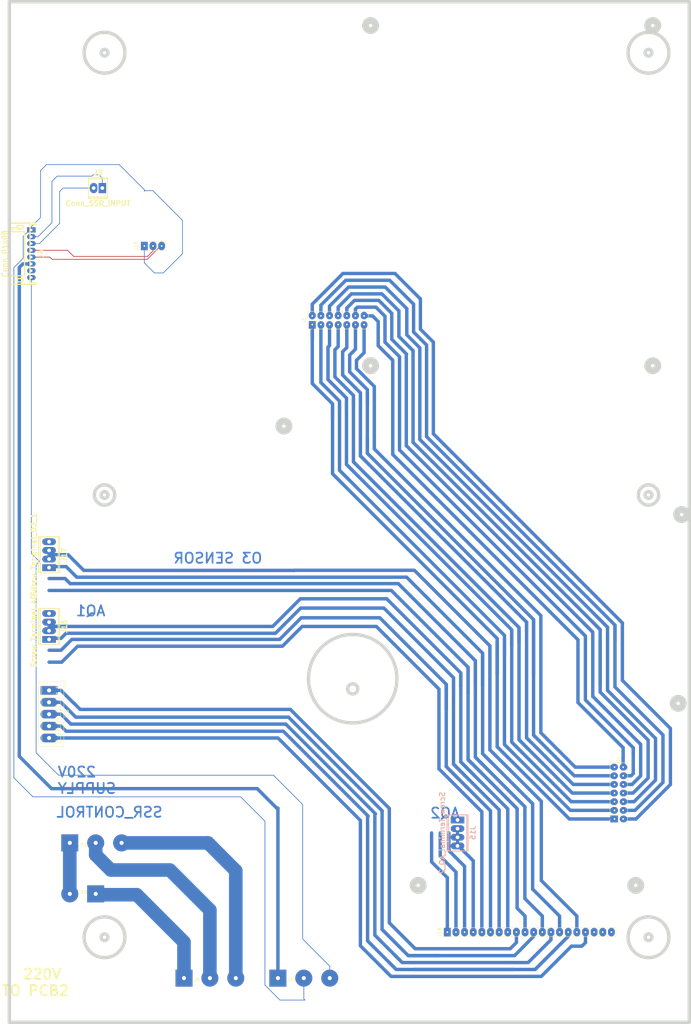
<source format=kicad_pcb>
(kicad_pcb (version 20171130) (host pcbnew 5.0.1-33cea8e~68~ubuntu18.04.1)

  (general
    (thickness 1.6)
    (drawings 51)
    (tracks 508)
    (zones 0)
    (modules 14)
    (nets 45)
  )

  (page A4 portrait)
  (layers
    (0 F.Cu signal)
    (31 B.Cu signal)
    (32 B.Adhes user)
    (33 F.Adhes user)
    (34 B.Paste user)
    (35 F.Paste user)
    (36 B.SilkS user)
    (37 F.SilkS user)
    (38 B.Mask user)
    (39 F.Mask user)
    (40 Dwgs.User user hide)
    (41 Cmts.User user)
    (42 Eco1.User user)
    (43 Eco2.User user)
    (44 Edge.Cuts user)
    (45 Margin user)
    (46 B.CrtYd user)
    (47 F.CrtYd user)
    (48 B.Fab user)
    (49 F.Fab user)
  )

  (setup
    (last_trace_width 0.2)
    (trace_clearance 0.3)
    (zone_clearance 1)
    (zone_45_only no)
    (trace_min 0.2)
    (segment_width 1)
    (edge_width 1)
    (via_size 3)
    (via_drill 0.4)
    (via_min_size 0.4)
    (via_min_drill 0.3)
    (uvia_size 0.3)
    (uvia_drill 0.1)
    (uvias_allowed no)
    (uvia_min_size 0.2)
    (uvia_min_drill 0.1)
    (pcb_text_width 0.3)
    (pcb_text_size 1.5 1.5)
    (mod_edge_width 0.15)
    (mod_text_size 1 1)
    (mod_text_width 0.15)
    (pad_size 2.3 5)
    (pad_drill 1.2)
    (pad_to_mask_clearance 0.2)
    (solder_mask_min_width 0.25)
    (aux_axis_origin 0 0)
    (grid_origin 125.476 24.13)
    (visible_elements FFFFFFFF)
    (pcbplotparams
      (layerselection 0x00000_fffffffe)
      (usegerberextensions true)
      (usegerberattributes false)
      (usegerberadvancedattributes false)
      (creategerberjobfile false)
      (excludeedgelayer false)
      (linewidth 0.020000)
      (plotframeref false)
      (viasonmask false)
      (mode 1)
      (useauxorigin false)
      (hpglpennumber 1)
      (hpglpenspeed 20)
      (hpglpendiameter 15.000000)
      (psnegative true)
      (psa4output false)
      (plotreference false)
      (plotvalue false)
      (plotinvisibletext false)
      (padsonsilk false)
      (subtractmaskfromsilk false)
      (outputformat 4)
      (mirror true)
      (drillshape 1)
      (scaleselection 1)
      (outputdirectory "_output/gerber/"))
  )

  (net 0 "")
  (net 1 /To_J1_P1)
  (net 2 /To_J1_P2)
  (net 3 /To_J1_P3)
  (net 4 /To_J1_P4)
  (net 5 /To_J1_P5)
  (net 6 /To_J1_P6)
  (net 7 /To_J1_P7)
  (net 8 /To_J1_P8)
  (net 9 /To_J1_P9)
  (net 10 /To_J1_P10)
  (net 11 /To_J1_P11)
  (net 12 /To_J1_P12)
  (net 13 /To_J1_P13)
  (net 14 /To_J1_P14)
  (net 15 /PWR_SOURCE_SSR_L_1)
  (net 16 /COMMON_N)
  (net 17 /SSR_PCB2_L_2)
  (net 18 /AQ2_SHIELD)
  (net 19 /AQ2_SENSOR)
  (net 20 /AQ2_5V)
  (net 21 /AQ2_GND)
  (net 22 /AQ1_SHIELD)
  (net 23 /AQ1_SENSOR)
  (net 24 /AQ1_5V)
  (net 25 /AQ1_GND)
  (net 26 /O3_1_SHIELD)
  (net 27 /O3_1_SENSOR)
  (net 28 /O3_1_24V)
  (net 29 /O3_1_GND)
  (net 30 /flow_sensor_shield)
  (net 31 /flow_sensor_%RH)
  (net 32 /flow_sensor_FLOW)
  (net 33 /flow_sensor_24V)
  (net 34 /flow_sensor_GND)
  (net 35 GND)
  (net 36 /220V_GND)
  (net 37 +5V)
  (net 38 /PCB1_ALARM_COM)
  (net 39 /PCB1_232_TX)
  (net 40 /PCB1_232_RX)
  (net 41 "Net-(J18-Pad18)")
  (net 42 "Net-(J4-Pad7)")
  (net 43 /SSR-24-DA_N)
  (net 44 /SSR-24-DA_P)

  (net_class Default "This is the default net class."
    (clearance 0.3)
    (trace_width 0.2)
    (via_dia 3)
    (via_drill 0.4)
    (uvia_dia 0.3)
    (uvia_drill 0.1)
    (add_net +5V)
    (add_net /PCB1_232_RX)
    (add_net /PCB1_232_TX)
    (add_net /SSR-24-DA_N)
    (add_net /SSR-24-DA_P)
    (add_net GND)
    (add_net "Net-(J18-Pad18)")
    (add_net "Net-(J4-Pad7)")
  )

  (net_class "0.5 mil" ""
    (clearance 0.1)
    (trace_width 0.5)
    (via_dia 0.6)
    (via_drill 0.4)
    (uvia_dia 0.3)
    (uvia_drill 0.1)
  )

  (net_class "1 mil" ""
    (clearance 0.5)
    (trace_width 1)
    (via_dia 3)
    (via_drill 0.4)
    (uvia_dia 0.3)
    (uvia_drill 0.1)
    (add_net /AQ1_5V)
    (add_net /AQ1_GND)
    (add_net /AQ1_SENSOR)
    (add_net /AQ1_SHIELD)
    (add_net /AQ2_5V)
    (add_net /AQ2_GND)
    (add_net /AQ2_SENSOR)
    (add_net /AQ2_SHIELD)
    (add_net /O3_1_24V)
    (add_net /O3_1_GND)
    (add_net /O3_1_SENSOR)
    (add_net /O3_1_SHIELD)
    (add_net /PCB1_ALARM_COM)
    (add_net /To_J1_P1)
    (add_net /To_J1_P10)
    (add_net /To_J1_P11)
    (add_net /To_J1_P12)
    (add_net /To_J1_P13)
    (add_net /To_J1_P14)
    (add_net /To_J1_P2)
    (add_net /To_J1_P3)
    (add_net /To_J1_P4)
    (add_net /To_J1_P5)
    (add_net /To_J1_P6)
    (add_net /To_J1_P7)
    (add_net /To_J1_P8)
    (add_net /To_J1_P9)
    (add_net /flow_sensor_%RH)
    (add_net /flow_sensor_24V)
    (add_net /flow_sensor_FLOW)
    (add_net /flow_sensor_GND)
    (add_net /flow_sensor_shield)
  )

  (net_class "2 mil" ""
    (clearance 1)
    (trace_width 2)
    (via_dia 3)
    (via_drill 0.4)
    (uvia_dia 0.3)
    (uvia_drill 0.1)
  )

  (net_class 220V ""
    (clearance 2)
    (trace_width 4)
    (via_dia 4)
    (via_drill 0.4)
    (uvia_dia 0.3)
    (uvia_drill 0.1)
    (add_net /220V_GND)
    (add_net /COMMON_N)
    (add_net /PWR_SOURCE_SSR_L_1)
    (add_net /SSR_PCB2_L_2)
  )

  (module footprint-lib:mpt_0,5%2f4-2,54 locked (layer F.Cu) (tedit 5BDC2DB1) (tstamp 5C1312E1)
    (at 11.684 162.56 270)
    (descr "4-way 2.54mm pitch terminal block, Phoenix MPT series")
    (path /5B600434)
    (fp_text reference J17 (at 0 -4.50088 270) (layer F.SilkS)
      (effects (font (size 1.524 1.524) (thickness 0.3048)))
    )
    (fp_text value Screw_Terminal_O3_1 (at 0 4.50088 270) (layer F.SilkS)
      (effects (font (size 1.524 1.524) (thickness 0.3048)))
    )
    (fp_line (start 5.30098 -3.0988) (end -5.30098 -3.0988) (layer F.SilkS) (width 0.254))
    (fp_line (start -5.30098 -2.70002) (end 5.30098 -2.70002) (layer F.SilkS) (width 0.254))
    (fp_line (start -5.30098 2.60096) (end 5.30098 2.60096) (layer F.SilkS) (width 0.254))
    (fp_line (start 5.30098 3.0988) (end -5.30098 3.0988) (layer F.SilkS) (width 0.254))
    (fp_line (start 2.49682 2.60096) (end 2.49682 3.0988) (layer F.SilkS) (width 0.254))
    (fp_line (start 0 2.60096) (end 0 3.0988) (layer F.SilkS) (width 0.254))
    (fp_line (start -5.09778 3.0988) (end -5.09778 2.60096) (layer F.SilkS) (width 0.254))
    (fp_line (start 5.10032 2.60096) (end 5.10032 3.0988) (layer F.SilkS) (width 0.254))
    (fp_line (start -2.49682 3.0988) (end -2.49682 2.60096) (layer F.SilkS) (width 0.254))
    (fp_line (start 5.29844 3.0988) (end 5.29844 -3.0988) (layer F.SilkS) (width 0.254))
    (fp_line (start -5.2959 -3.0988) (end -5.2959 3.0988) (layer F.SilkS) (width 0.254))
    (pad 4 thru_hole oval (at -3.81 0 270) (size 2 4) (drill 1.09728) (layers *.Cu *.Mask)
      (net 26 /O3_1_SHIELD))
    (pad 1 thru_hole rect (at 3.81 0 270) (size 2 4) (drill 1.09728) (layers *.Cu *.Mask)
      (net 29 /O3_1_GND))
    (pad 2 thru_hole oval (at 1.27 0 270) (size 2 4) (drill 1.09728) (layers *.Cu *.Mask)
      (net 28 /O3_1_24V))
    (pad 3 thru_hole oval (at -1.27 0 270) (size 2 4) (drill 1.09728) (layers *.Cu *.Mask)
      (net 27 /O3_1_SENSOR))
    (model ${HOME}/_workspace/kicad/kicad_library/smisioto-footprints/modules/packages3d/walter/conn_mpt/mpt_0,5-4-2,54.wrl
      (at (xyz 0 0 0))
      (scale (xyz 1 1 1))
      (rotate (xyz 0 0 0))
    )
  )

  (module footprint-lib:mpt_0,5%2f4-2,54 locked (layer F.Cu) (tedit 5BDC2DB1) (tstamp 5C1312CF)
    (at 11.684 183.642 270)
    (descr "4-way 2.54mm pitch terminal block, Phoenix MPT series")
    (path /5B60002E)
    (fp_text reference J16 (at 0 -4.50088 270) (layer F.SilkS)
      (effects (font (size 1.524 1.524) (thickness 0.3048)))
    )
    (fp_text value Screw_Terminal_AQ_1 (at 0 4.50088 270) (layer F.SilkS)
      (effects (font (size 1.524 1.524) (thickness 0.3048)))
    )
    (fp_line (start -5.2959 -3.0988) (end -5.2959 3.0988) (layer F.SilkS) (width 0.254))
    (fp_line (start 5.29844 3.0988) (end 5.29844 -3.0988) (layer F.SilkS) (width 0.254))
    (fp_line (start -2.49682 3.0988) (end -2.49682 2.60096) (layer F.SilkS) (width 0.254))
    (fp_line (start 5.10032 2.60096) (end 5.10032 3.0988) (layer F.SilkS) (width 0.254))
    (fp_line (start -5.09778 3.0988) (end -5.09778 2.60096) (layer F.SilkS) (width 0.254))
    (fp_line (start 0 2.60096) (end 0 3.0988) (layer F.SilkS) (width 0.254))
    (fp_line (start 2.49682 2.60096) (end 2.49682 3.0988) (layer F.SilkS) (width 0.254))
    (fp_line (start 5.30098 3.0988) (end -5.30098 3.0988) (layer F.SilkS) (width 0.254))
    (fp_line (start -5.30098 2.60096) (end 5.30098 2.60096) (layer F.SilkS) (width 0.254))
    (fp_line (start -5.30098 -2.70002) (end 5.30098 -2.70002) (layer F.SilkS) (width 0.254))
    (fp_line (start 5.30098 -3.0988) (end -5.30098 -3.0988) (layer F.SilkS) (width 0.254))
    (pad 3 thru_hole oval (at -1.27 0 270) (size 2 4) (drill 1.09728) (layers *.Cu *.Mask)
      (net 23 /AQ1_SENSOR))
    (pad 2 thru_hole oval (at 1.27 0 270) (size 2 4) (drill 1.09728) (layers *.Cu *.Mask)
      (net 24 /AQ1_5V))
    (pad 1 thru_hole rect (at 3.81 0 270) (size 2 4) (drill 1.09728) (layers *.Cu *.Mask)
      (net 25 /AQ1_GND))
    (pad 4 thru_hole oval (at -3.81 0 270) (size 2 4) (drill 1.09728) (layers *.Cu *.Mask)
      (net 22 /AQ1_SHIELD))
    (model ${HOME}/_workspace/kicad/kicad_library/smisioto-footprints/modules/packages3d/walter/conn_mpt/mpt_0,5-4-2,54.wrl
      (at (xyz 0 0 0))
      (scale (xyz 1 1 1))
      (rotate (xyz 0 0 0))
    )
  )

  (module footprint-lib:mpt_0,5%2f4-2,54 locked (layer B.Cu) (tedit 5BDC2DB1) (tstamp 5C1312BD)
    (at 131.826 244.348 90)
    (descr "4-way 2.54mm pitch terminal block, Phoenix MPT series")
    (path /5B5FFAB1)
    (fp_text reference J15 (at 0 4.50088 90) (layer B.SilkS)
      (effects (font (size 1.524 1.524) (thickness 0.3048)) (justify mirror))
    )
    (fp_text value Screw_Terminal_AQ_2 (at 0 -4.50088 90) (layer B.SilkS)
      (effects (font (size 1.524 1.524) (thickness 0.3048)) (justify mirror))
    )
    (fp_line (start 5.30098 3.0988) (end -5.30098 3.0988) (layer B.SilkS) (width 0.254))
    (fp_line (start -5.30098 2.70002) (end 5.30098 2.70002) (layer B.SilkS) (width 0.254))
    (fp_line (start -5.30098 -2.60096) (end 5.30098 -2.60096) (layer B.SilkS) (width 0.254))
    (fp_line (start 5.30098 -3.0988) (end -5.30098 -3.0988) (layer B.SilkS) (width 0.254))
    (fp_line (start 2.49682 -2.60096) (end 2.49682 -3.0988) (layer B.SilkS) (width 0.254))
    (fp_line (start 0 -2.60096) (end 0 -3.0988) (layer B.SilkS) (width 0.254))
    (fp_line (start -5.09778 -3.0988) (end -5.09778 -2.60096) (layer B.SilkS) (width 0.254))
    (fp_line (start 5.10032 -2.60096) (end 5.10032 -3.0988) (layer B.SilkS) (width 0.254))
    (fp_line (start -2.49682 -3.0988) (end -2.49682 -2.60096) (layer B.SilkS) (width 0.254))
    (fp_line (start 5.29844 -3.0988) (end 5.29844 3.0988) (layer B.SilkS) (width 0.254))
    (fp_line (start -5.2959 3.0988) (end -5.2959 -3.0988) (layer B.SilkS) (width 0.254))
    (pad 4 thru_hole oval (at -3.81 0 90) (size 2 4) (drill 1.09728) (layers *.Cu *.Mask)
      (net 21 /AQ2_GND))
    (pad 1 thru_hole rect (at 3.81 0 90) (size 2 4) (drill 1.09728) (layers *.Cu *.Mask)
      (net 18 /AQ2_SHIELD))
    (pad 2 thru_hole oval (at 1.27 0 90) (size 2 4) (drill 1.09728) (layers *.Cu *.Mask)
      (net 19 /AQ2_SENSOR))
    (pad 3 thru_hole oval (at -1.27 0 90) (size 2 4) (drill 1.09728) (layers *.Cu *.Mask)
      (net 20 /AQ2_5V))
    (model ${HOME}/_workspace/kicad/kicad_library/smisioto-footprints/modules/packages3d/walter/conn_mpt/mpt_0,5-4-2,54.wrl
      (at (xyz 0 0 0))
      (scale (xyz 1 1 1))
      (rotate (xyz 0 0 0))
    )
  )

  (module footprint-lib:mpt_0,5%2f2-2,54 (layer F.Cu) (tedit 5BD437F9) (tstamp 5BF7A2A4)
    (at 26.076 54.78)
    (descr "2-way 2.54mm pitch terminal block, Phoenix MPT series")
    (path /5BEF34ED)
    (fp_text reference J3 (at 0 -4.50088) (layer F.SilkS)
      (effects (font (size 1.524 1.524) (thickness 0.3048)))
    )
    (fp_text value Conn_SSR_INPUT (at 0 4.50088) (layer F.SilkS)
      (effects (font (size 1.524 1.524) (thickness 0.3048)))
    )
    (fp_line (start -2.79908 -3.0988) (end -2.79908 3.0988) (layer F.SilkS) (width 0.254))
    (fp_line (start 2.79908 -3.0988) (end -2.79908 -3.0988) (layer F.SilkS) (width 0.254))
    (fp_line (start 2.79908 3.0988) (end 2.79908 -3.0988) (layer F.SilkS) (width 0.254))
    (fp_line (start -2.79908 3.0988) (end 2.79908 3.0988) (layer F.SilkS) (width 0.254))
    (fp_line (start -2.79908 -2.70002) (end 2.79908 -2.70002) (layer F.SilkS) (width 0.254))
    (fp_line (start 0 3.0988) (end 0 2.60096) (layer F.SilkS) (width 0.254))
    (fp_line (start 2.60096 2.60096) (end 2.60096 3.0988) (layer F.SilkS) (width 0.254))
    (fp_line (start -2.60096 3.0988) (end -2.60096 2.60096) (layer F.SilkS) (width 0.254))
    (fp_line (start 2.79908 2.60096) (end -2.79908 2.60096) (layer F.SilkS) (width 0.254))
    (pad 1 thru_hole rect (at 1.27 0) (size 2.2 3) (drill 1.09728) (layers *.Cu *.Mask)
      (net 44 /SSR-24-DA_P))
    (pad 2 thru_hole oval (at -1.27 0) (size 2.2 3) (drill 1.09728) (layers *.Cu *.Mask)
      (net 43 /SSR-24-DA_N))
    (model ${HOME}/_workspace/kicad/kicad_library/smisioto-footprints/modules/packages3d/walter/conn_mpt/mpt_0,5-2-2,54.wrl
      (at (xyz 0 0 0))
      (scale (xyz 1 1 1))
      (rotate (xyz 0 0 0))
    )
  )

  (module footprint-lib:s8b-ph-kl (layer F.Cu) (tedit 5BDB0968) (tstamp 5BF7A295)
    (at 6.476 74.08 270)
    (descr "JST PH series connector, S8B-PH-KL")
    (path /5BEF33B6)
    (fp_text reference J4 (at 0 -2.79908 270) (layer F.SilkS)
      (effects (font (size 1.524 1.524) (thickness 0.3048)))
    )
    (fp_text value Conn_01x08 (at 0 7.80034 270) (layer F.SilkS)
      (effects (font (size 1.524 1.524) (thickness 0.3048)))
    )
    (fp_line (start -8.99668 -1.39954) (end -8.99668 6.2992) (layer F.SilkS) (width 0.381))
    (fp_line (start -8.5979 -1.39954) (end -8.99668 -1.39954) (layer F.SilkS) (width 0.381))
    (fp_line (start -8.5979 0.39878) (end -8.5979 -1.39954) (layer F.SilkS) (width 0.381))
    (fp_line (start 8.60044 -1.39954) (end 8.60044 0.39878) (layer F.SilkS) (width 0.381))
    (fp_line (start 8.99922 -1.39954) (end 8.60044 -1.39954) (layer F.SilkS) (width 0.381))
    (fp_line (start 8.99922 6.2992) (end 8.99922 -1.39954) (layer F.SilkS) (width 0.381))
    (fp_line (start -8.79602 -1.39954) (end -8.79602 0.39878) (layer F.SilkS) (width 0.381))
    (fp_line (start 8.79856 -1.39954) (end 8.79856 0.39878) (layer F.SilkS) (width 0.381))
    (fp_line (start -8.30072 4.09956) (end -8.30072 2.49936) (layer F.SilkS) (width 0.381))
    (fp_line (start -7.29996 4.09956) (end -8.30072 4.09956) (layer F.SilkS) (width 0.381))
    (fp_line (start -7.29996 2.49936) (end -7.29996 4.09956) (layer F.SilkS) (width 0.381))
    (fp_line (start -8.30072 2.49936) (end -7.29996 2.49936) (layer F.SilkS) (width 0.381))
    (fp_line (start 7.29742 2.49936) (end 8.29818 2.49936) (layer F.SilkS) (width 0.381))
    (fp_line (start 8.29818 2.49936) (end 8.29818 4.09956) (layer F.SilkS) (width 0.381))
    (fp_line (start 8.29818 4.09956) (end 7.29742 4.09956) (layer F.SilkS) (width 0.381))
    (fp_line (start 7.29742 4.09956) (end 7.29742 2.49936) (layer F.SilkS) (width 0.381))
    (fp_line (start -6.49986 1.99898) (end -6.49986 6.2992) (layer F.SilkS) (width 0.381))
    (fp_line (start 6.49986 1.99898) (end 6.49986 6.2992) (layer F.SilkS) (width 0.381))
    (fp_line (start -7.59968 6.2992) (end -7.59968 4.09956) (layer F.SilkS) (width 0.381))
    (fp_line (start -7.29996 6.2992) (end -7.59968 6.2992) (layer F.SilkS) (width 0.381))
    (fp_line (start -7.29996 4.09956) (end -7.29996 6.2992) (layer F.SilkS) (width 0.381))
    (fp_line (start -8.99922 0.39878) (end 8.99922 0.39878) (layer F.SilkS) (width 0.381))
    (fp_line (start 8.99922 6.2992) (end -8.99922 6.2992) (layer F.SilkS) (width 0.381))
    (fp_line (start -6.49986 1.99898) (end 6.49986 1.99898) (layer F.SilkS) (width 0.381))
    (pad 8 thru_hole oval (at 7.00024 0 270) (size 1.5 2.5) (drill 0.70104) (layers *.Cu *.Mask)
      (net 37 +5V))
    (pad 7 thru_hole oval (at 5.00126 0 270) (size 1.5 2.5) (drill 0.70104) (layers *.Cu *.Mask)
      (net 42 "Net-(J4-Pad7)"))
    (pad 6 thru_hole oval (at 2.99974 0 270) (size 1.5 2.5) (drill 0.70104) (layers *.Cu *.Mask)
      (net 38 /PCB1_ALARM_COM))
    (pad 5 thru_hole oval (at 1.00076 0 270) (size 1.5 2.5) (drill 0.70104) (layers *.Cu *.Mask)
      (net 39 /PCB1_232_TX))
    (pad 4 thru_hole oval (at -1.00076 0 270) (size 1.5 2.5) (drill 0.70104) (layers *.Cu *.Mask)
      (net 40 /PCB1_232_RX))
    (pad 3 thru_hole oval (at -2.99974 0 270) (size 1.5 2.5) (drill 0.70104) (layers *.Cu *.Mask)
      (net 43 /SSR-24-DA_N))
    (pad 2 thru_hole oval (at -5.00126 0 270) (size 1.5 2.5) (drill 0.70104) (layers *.Cu *.Mask)
      (net 44 /SSR-24-DA_P))
    (pad 1 thru_hole rect (at -7.00024 0 270) (size 1.5 2.5) (drill 0.70104) (layers *.Cu *.Mask)
      (net 35 GND))
    (model ${HOME}/_workspace/kicad/kicad_library/smisioto-footprints/modules/packages3d/walter/conn_jst-ph/s8b-ph-kl.wrl
      (at (xyz 0 0 0))
      (scale (xyz 1 1 1))
      (rotate (xyz 0 0 0))
    )
  )

  (module backplate:screw_terminal_01_03 locked (layer F.Cu) (tedit 5B6EEAE1) (tstamp 5B6EED79)
    (at 58.983998 287.02)
    (path /5B601AE7)
    (fp_text reference J5 (at -3.81 0.5) (layer F.SilkS)
      (effects (font (size 1 1) (thickness 0.15)))
    )
    (fp_text value Conn_SSR_POWER_SOURCE (at -3.81 -0.5) (layer F.Fab)
      (effects (font (size 1 1) (thickness 0.15)))
    )
    (fp_line (start -12.5 -7) (end -12.5 7) (layer Dwgs.User) (width 0.15))
    (fp_line (start -12.5 7) (end 12.5 7) (layer Dwgs.User) (width 0.15))
    (fp_line (start 12.5 -7) (end 12.5 7) (layer Dwgs.User) (width 0.15))
    (fp_line (start 12.5 -7) (end -12.5 -7) (layer Dwgs.User) (width 0.15))
    (pad 1 thru_hole trapezoid (at -7.62 0) (size 5 5) (drill 1.2) (layers *.Cu *.Mask)
      (net 15 /PWR_SOURCE_SSR_L_1))
    (pad 2 thru_hole circle (at 0 0) (size 5 5) (drill 1.2) (layers *.Cu *.Mask)
      (net 36 /220V_GND))
    (pad 3 thru_hole circle (at 7.62 0) (size 5 5) (drill 1.2) (layers *.Cu *.Mask)
      (net 16 /COMMON_N))
  )

  (module backplate:screw_terminal_01_03 locked (layer F.Cu) (tedit 5B6EEAE1) (tstamp 5B7B2DCD)
    (at 86.614 287.02)
    (path /5B7BE1F9)
    (fp_text reference J25 (at -3.81 0.5) (layer F.SilkS)
      (effects (font (size 1 1) (thickness 0.15)))
    )
    (fp_text value PCB1_ALARM (at -3.81 -0.5) (layer F.Fab)
      (effects (font (size 1 1) (thickness 0.15)))
    )
    (fp_line (start 12.5 -7) (end -12.5 -7) (layer Dwgs.User) (width 0.15))
    (fp_line (start 12.5 -7) (end 12.5 7) (layer Dwgs.User) (width 0.15))
    (fp_line (start -12.5 7) (end 12.5 7) (layer Dwgs.User) (width 0.15))
    (fp_line (start -12.5 -7) (end -12.5 7) (layer Dwgs.User) (width 0.15))
    (pad 3 thru_hole circle (at 7.62 0) (size 5 5) (drill 1.2) (layers *.Cu *.Mask)
      (net 37 +5V))
    (pad 2 thru_hole circle (at 0 0) (size 5 5) (drill 1.2) (layers *.Cu *.Mask)
      (net 35 GND))
    (pad 1 thru_hole trapezoid (at -7.62 0) (size 5 5) (drill 1.2) (layers *.Cu *.Mask)
      (net 38 /PCB1_ALARM_COM))
  )

  (module backplate:PhoenixContact_MCV_1,5_8-G-3.5_1x05_P3.50mm_Vertical_handsolder locked (layer F.Cu) (tedit 5B74164F) (tstamp 5B7654DF)
    (at 11.684 202.438 270)
    (descr "Generic Phoenix Contact connector footprint for: MCV_1,5/5-G-3.5; number of pins: 05; pin pitch: 3.50mm; Vertical || order number: 1843635 8A 160V")
    (tags "phoenix_contact connector MCV_01x05_G_3.5mm")
    (path /5B75281B)
    (fp_text reference J13 (at 7 -5.25 270) (layer F.SilkS)
      (effects (font (size 1 1) (thickness 0.15)))
    )
    (fp_text value Conn_01x05 (at 7 4 270) (layer F.Fab)
      (effects (font (size 1 1) (thickness 0.15)))
    )
    (fp_arc (start 0 3.95) (end -0.75 2.25) (angle 47.6) (layer F.SilkS) (width 0.12))
    (fp_arc (start 3.5 3.95) (end 2.75 2.25) (angle 47.6) (layer F.SilkS) (width 0.12))
    (fp_arc (start 7 3.95) (end 6.25 2.25) (angle 47.6) (layer F.SilkS) (width 0.12))
    (fp_arc (start 10.5 3.95) (end 9.75 2.25) (angle 47.6) (layer F.SilkS) (width 0.12))
    (fp_arc (start 14 3.95) (end 13.25 2.25) (angle 47.6) (layer F.SilkS) (width 0.12))
    (fp_line (start -2.53 -4.33) (end -2.53 3.08) (layer F.SilkS) (width 0.12))
    (fp_line (start -2.53 3.08) (end 16.53 3.08) (layer F.SilkS) (width 0.12))
    (fp_line (start 16.53 3.08) (end 16.53 -4.33) (layer F.SilkS) (width 0.12))
    (fp_line (start 16.53 -4.33) (end -2.53 -4.33) (layer F.SilkS) (width 0.12))
    (fp_line (start -2.45 -4.25) (end -2.45 3) (layer F.Fab) (width 0.1))
    (fp_line (start -2.45 3) (end 16.45 3) (layer F.Fab) (width 0.1))
    (fp_line (start 16.45 3) (end 16.45 -4.25) (layer F.Fab) (width 0.1))
    (fp_line (start 16.45 -4.25) (end -2.45 -4.25) (layer F.Fab) (width 0.1))
    (fp_line (start -0.75 2.25) (end -1.5 2.25) (layer F.SilkS) (width 0.12))
    (fp_line (start -1.5 2.25) (end -1.5 -2.05) (layer F.SilkS) (width 0.12))
    (fp_line (start -1.5 -2.05) (end -0.75 -2.05) (layer F.SilkS) (width 0.12))
    (fp_line (start -0.75 -2.05) (end -0.75 -2.4) (layer F.SilkS) (width 0.12))
    (fp_line (start -0.75 -2.4) (end -1.25 -2.4) (layer F.SilkS) (width 0.12))
    (fp_line (start -1.25 -2.4) (end -1.5 -3.4) (layer F.SilkS) (width 0.12))
    (fp_line (start -1.5 -3.4) (end 1.5 -3.4) (layer F.SilkS) (width 0.12))
    (fp_line (start 1.5 -3.4) (end 1.25 -2.4) (layer F.SilkS) (width 0.12))
    (fp_line (start 1.25 -2.4) (end 0.75 -2.4) (layer F.SilkS) (width 0.12))
    (fp_line (start 0.75 -2.4) (end 0.75 -2.05) (layer F.SilkS) (width 0.12))
    (fp_line (start 0.75 -2.05) (end 1.5 -2.05) (layer F.SilkS) (width 0.12))
    (fp_line (start 1.5 -2.05) (end 1.5 2.25) (layer F.SilkS) (width 0.12))
    (fp_line (start 1.5 2.25) (end 0.75 2.25) (layer F.SilkS) (width 0.12))
    (fp_line (start 2.75 2.25) (end 2 2.25) (layer F.SilkS) (width 0.12))
    (fp_line (start 2 2.25) (end 2 -2.05) (layer F.SilkS) (width 0.12))
    (fp_line (start 2 -2.05) (end 2.75 -2.05) (layer F.SilkS) (width 0.12))
    (fp_line (start 2.75 -2.05) (end 2.75 -2.4) (layer F.SilkS) (width 0.12))
    (fp_line (start 2.75 -2.4) (end 2.25 -2.4) (layer F.SilkS) (width 0.12))
    (fp_line (start 2.25 -2.4) (end 2 -3.4) (layer F.SilkS) (width 0.12))
    (fp_line (start 2 -3.4) (end 5 -3.4) (layer F.SilkS) (width 0.12))
    (fp_line (start 5 -3.4) (end 4.75 -2.4) (layer F.SilkS) (width 0.12))
    (fp_line (start 4.75 -2.4) (end 4.25 -2.4) (layer F.SilkS) (width 0.12))
    (fp_line (start 4.25 -2.4) (end 4.25 -2.05) (layer F.SilkS) (width 0.12))
    (fp_line (start 4.25 -2.05) (end 5 -2.05) (layer F.SilkS) (width 0.12))
    (fp_line (start 5 -2.05) (end 5 2.25) (layer F.SilkS) (width 0.12))
    (fp_line (start 5 2.25) (end 4.25 2.25) (layer F.SilkS) (width 0.12))
    (fp_line (start 6.25 2.25) (end 5.5 2.25) (layer F.SilkS) (width 0.12))
    (fp_line (start 5.5 2.25) (end 5.5 -2.05) (layer F.SilkS) (width 0.12))
    (fp_line (start 5.5 -2.05) (end 6.25 -2.05) (layer F.SilkS) (width 0.12))
    (fp_line (start 6.25 -2.05) (end 6.25 -2.4) (layer F.SilkS) (width 0.12))
    (fp_line (start 6.25 -2.4) (end 5.75 -2.4) (layer F.SilkS) (width 0.12))
    (fp_line (start 5.75 -2.4) (end 5.5 -3.4) (layer F.SilkS) (width 0.12))
    (fp_line (start 5.5 -3.4) (end 8.5 -3.4) (layer F.SilkS) (width 0.12))
    (fp_line (start 8.5 -3.4) (end 8.25 -2.4) (layer F.SilkS) (width 0.12))
    (fp_line (start 8.25 -2.4) (end 7.75 -2.4) (layer F.SilkS) (width 0.12))
    (fp_line (start 7.75 -2.4) (end 7.75 -2.05) (layer F.SilkS) (width 0.12))
    (fp_line (start 7.75 -2.05) (end 8.5 -2.05) (layer F.SilkS) (width 0.12))
    (fp_line (start 8.5 -2.05) (end 8.5 2.25) (layer F.SilkS) (width 0.12))
    (fp_line (start 8.5 2.25) (end 7.75 2.25) (layer F.SilkS) (width 0.12))
    (fp_line (start 9.75 2.25) (end 9 2.25) (layer F.SilkS) (width 0.12))
    (fp_line (start 9 2.25) (end 9 -2.05) (layer F.SilkS) (width 0.12))
    (fp_line (start 9 -2.05) (end 9.75 -2.05) (layer F.SilkS) (width 0.12))
    (fp_line (start 9.75 -2.05) (end 9.75 -2.4) (layer F.SilkS) (width 0.12))
    (fp_line (start 9.75 -2.4) (end 9.25 -2.4) (layer F.SilkS) (width 0.12))
    (fp_line (start 9.25 -2.4) (end 9 -3.4) (layer F.SilkS) (width 0.12))
    (fp_line (start 9 -3.4) (end 12 -3.4) (layer F.SilkS) (width 0.12))
    (fp_line (start 12 -3.4) (end 11.75 -2.4) (layer F.SilkS) (width 0.12))
    (fp_line (start 11.75 -2.4) (end 11.25 -2.4) (layer F.SilkS) (width 0.12))
    (fp_line (start 11.25 -2.4) (end 11.25 -2.05) (layer F.SilkS) (width 0.12))
    (fp_line (start 11.25 -2.05) (end 12 -2.05) (layer F.SilkS) (width 0.12))
    (fp_line (start 12 -2.05) (end 12 2.25) (layer F.SilkS) (width 0.12))
    (fp_line (start 12 2.25) (end 11.25 2.25) (layer F.SilkS) (width 0.12))
    (fp_line (start 13.25 2.25) (end 12.5 2.25) (layer F.SilkS) (width 0.12))
    (fp_line (start 12.5 2.25) (end 12.5 -2.05) (layer F.SilkS) (width 0.12))
    (fp_line (start 12.5 -2.05) (end 13.25 -2.05) (layer F.SilkS) (width 0.12))
    (fp_line (start 13.25 -2.05) (end 13.25 -2.4) (layer F.SilkS) (width 0.12))
    (fp_line (start 13.25 -2.4) (end 12.75 -2.4) (layer F.SilkS) (width 0.12))
    (fp_line (start 12.75 -2.4) (end 12.5 -3.4) (layer F.SilkS) (width 0.12))
    (fp_line (start 12.5 -3.4) (end 15.5 -3.4) (layer F.SilkS) (width 0.12))
    (fp_line (start 15.5 -3.4) (end 15.25 -2.4) (layer F.SilkS) (width 0.12))
    (fp_line (start 15.25 -2.4) (end 14.75 -2.4) (layer F.SilkS) (width 0.12))
    (fp_line (start 14.75 -2.4) (end 14.75 -2.05) (layer F.SilkS) (width 0.12))
    (fp_line (start 14.75 -2.05) (end 15.5 -2.05) (layer F.SilkS) (width 0.12))
    (fp_line (start 15.5 -2.05) (end 15.5 2.25) (layer F.SilkS) (width 0.12))
    (fp_line (start 15.5 2.25) (end 14.75 2.25) (layer F.SilkS) (width 0.12))
    (fp_line (start -2.95 -4.75) (end -2.95 3.5) (layer F.CrtYd) (width 0.05))
    (fp_line (start -2.95 3.5) (end 16.95 3.5) (layer F.CrtYd) (width 0.05))
    (fp_line (start 16.95 3.5) (end 16.95 -4.75) (layer F.CrtYd) (width 0.05))
    (fp_line (start 16.95 -4.75) (end -2.95 -4.75) (layer F.CrtYd) (width 0.05))
    (fp_line (start -2.95 -3.5) (end -2.95 -4.75) (layer F.SilkS) (width 0.12))
    (fp_line (start -2.95 -4.75) (end -0.95 -4.75) (layer F.SilkS) (width 0.12))
    (fp_line (start -2.95 -3.5) (end -2.95 -4.75) (layer F.Fab) (width 0.1))
    (fp_line (start -2.95 -4.75) (end -0.95 -4.75) (layer F.Fab) (width 0.1))
    (fp_text user %R (at 7 -3 270) (layer F.Fab)
      (effects (font (size 1 1) (thickness 0.15)))
    )
    (pad 1 thru_hole rect (at 0 0 270) (size 2.5 5) (drill 1.2) (layers *.Cu *.Mask)
      (net 30 /flow_sensor_shield))
    (pad 2 thru_hole oval (at 3.5 0 270) (size 2.5 5) (drill 1.2) (layers *.Cu *.Mask)
      (net 31 /flow_sensor_%RH))
    (pad 3 thru_hole oval (at 7 0 270) (size 2.5 5) (drill 1.2) (layers *.Cu *.Mask)
      (net 32 /flow_sensor_FLOW))
    (pad 4 thru_hole oval (at 10.5 0 270) (size 2.5 5) (drill 1.2) (layers *.Cu *.Mask)
      (net 33 /flow_sensor_24V))
    (pad 5 thru_hole oval (at 14 0 270) (size 2.5 5) (drill 1.2) (layers *.Cu *.Mask)
      (net 34 /flow_sensor_GND))
    (model ${KISYS3DMOD}/Connector_Phoenix_MC.3dshapes/PhoenixContact_MCV_1,5_5-G-3.5_1x05_P3.50mm_Vertical.wrl
      (at (xyz 0 0 0))
      (scale (xyz 1 1 1))
      (rotate (xyz 0 0 0))
    )
  )

  (module backplate:Pin_Header_Straight_1x03_Pitch2.54mm locked (layer F.Cu) (tedit 5B5F2095) (tstamp 5B75156A)
    (at 39.71 71.805 90)
    (descr "Through hole straight pin header, 1x03, 2.54mm pitch, single row")
    (tags "Through hole pin header THT 1x03 2.54mm single row")
    (path /5B6327A8)
    (clearance 0.2)
    (fp_text reference J23 (at 0 -2.33 90) (layer F.SilkS)
      (effects (font (size 1 1) (thickness 0.15)))
    )
    (fp_text value PCB1_COMM_CONNECTOR (at 0 7.41 90) (layer F.Fab)
      (effects (font (size 1 1) (thickness 0.15)))
    )
    (fp_line (start -0.635 -1.27) (end 1.27 -1.27) (layer F.Fab) (width 0.1))
    (fp_line (start 1.27 -1.27) (end 1.27 6.35) (layer F.Fab) (width 0.1))
    (fp_line (start 1.27 6.35) (end -1.27 6.35) (layer F.Fab) (width 0.1))
    (fp_line (start -1.27 6.35) (end -1.27 -0.635) (layer F.Fab) (width 0.1))
    (fp_line (start -1.27 -0.635) (end -0.635 -1.27) (layer F.Fab) (width 0.1))
    (fp_line (start -1.33 6.41) (end 1.33 6.41) (layer F.SilkS) (width 0.12))
    (fp_line (start -1.33 1.27) (end -1.33 6.41) (layer F.SilkS) (width 0.12))
    (fp_line (start 1.33 1.27) (end 1.33 6.41) (layer F.SilkS) (width 0.12))
    (fp_line (start -1.33 1.27) (end 1.33 1.27) (layer F.SilkS) (width 0.12))
    (fp_line (start -1.33 0) (end -1.33 -1.33) (layer F.SilkS) (width 0.12))
    (fp_line (start -1.33 -1.33) (end 0 -1.33) (layer F.SilkS) (width 0.12))
    (fp_line (start -1.8 -1.8) (end -1.8 6.85) (layer F.CrtYd) (width 0.05))
    (fp_line (start -1.8 6.85) (end 1.8 6.85) (layer F.CrtYd) (width 0.05))
    (fp_line (start 1.8 6.85) (end 1.8 -1.8) (layer F.CrtYd) (width 0.05))
    (fp_line (start 1.8 -1.8) (end -1.8 -1.8) (layer F.CrtYd) (width 0.05))
    (fp_text user %R (at 0 2.54 180) (layer F.Fab)
      (effects (font (size 1 1) (thickness 0.15)))
    )
    (pad 1 thru_hole rect (at 0 0 90) (size 2.5 2) (drill 0.5) (layers *.Cu *.Mask)
      (net 35 GND))
    (pad 2 thru_hole oval (at 0 2.54 90) (size 2.5 2) (drill 0.5) (layers *.Cu *.Mask)
      (net 40 /PCB1_232_RX))
    (pad 3 thru_hole oval (at 0 5.08 90) (size 2.5 2) (drill 0.5) (layers *.Cu *.Mask)
      (net 39 /PCB1_232_TX))
    (model ${KISYS3DMOD}/Pin_Headers.3dshapes/Pin_Header_Straight_1x03_Pitch2.54mm.wrl
      (at (xyz 0 0 0))
      (scale (xyz 1 1 1))
      (rotate (xyz 0 0 0))
    )
  )

  (module backplate:screw_terminal_01_02 locked (layer F.Cu) (tedit 5B5EC46F) (tstamp 5B6E0D59)
    (at 21.59 262.255 180)
    (path /5B5ED312)
    (fp_text reference J10 (at 0 0.5 180) (layer F.SilkS)
      (effects (font (size 1 1) (thickness 0.15)))
    )
    (fp_text value Conn_SSR_INPUT (at 0 -0.5 180) (layer F.Fab)
      (effects (font (size 1 1) (thickness 0.15)))
    )
    (fp_line (start 7.62 -5.08) (end -7.62 -5.08) (layer Dwgs.User) (width 0.15))
    (fp_line (start 7.62 5.08) (end 7.62 -5.08) (layer Dwgs.User) (width 0.15))
    (fp_line (start -7.62 5.08) (end 7.62 5.08) (layer Dwgs.User) (width 0.15))
    (fp_line (start -7.62 -5.08) (end -7.62 5.08) (layer Dwgs.User) (width 0.15))
    (pad 2 thru_hole circle (at 3.81 0 180) (size 5 5) (drill 1.2) (layers *.Cu *.Mask)
      (net 17 /SSR_PCB2_L_2))
    (pad 1 thru_hole trapezoid (at -3.81 0 180) (size 5 5) (drill 1.2) (layers *.Cu *.Mask)
      (net 15 /PWR_SOURCE_SSR_L_1))
  )

  (module backplate:screw_terminal_01_03 locked (layer F.Cu) (tedit 5B5FEBDB) (tstamp 5B6EEE04)
    (at 25.4 247.269)
    (path /5B601577)
    (fp_text reference J12 (at -3.81 0.5) (layer F.SilkS)
      (effects (font (size 1 1) (thickness 0.15)))
    )
    (fp_text value Conn_SSR_PCB2 (at -3.81 -0.5) (layer F.Fab)
      (effects (font (size 1 1) (thickness 0.15)))
    )
    (fp_line (start 11.43 -5.08) (end -11.43 -5.08) (layer Dwgs.User) (width 0.15))
    (fp_line (start 11.43 5.08) (end 11.43 -5.08) (layer Dwgs.User) (width 0.15))
    (fp_line (start -11.43 5.08) (end 11.43 5.08) (layer Dwgs.User) (width 0.15))
    (fp_line (start -11.43 -5.08) (end -11.43 5.08) (layer Dwgs.User) (width 0.15))
    (pad 3 thru_hole circle (at 7.62 0) (size 5 5) (drill 1.2) (layers *.Cu *.Mask)
      (net 16 /COMMON_N))
    (pad 2 thru_hole circle (at 0 0) (size 5 5) (drill 1.2) (layers *.Cu *.Mask)
      (net 36 /220V_GND))
    (pad 1 thru_hole trapezoid (at -7.62 0) (size 5 5) (drill 1.2) (layers *.Cu *.Mask)
      (net 17 /SSR_PCB2_L_2))
  )

  (module backplate:Pin_Header_Straight_1x20_Pitch2.54mm locked (layer F.Cu) (tedit 5B64082B) (tstamp 5B699CDC)
    (at 128.825998 273.498 90)
    (descr "Through hole straight pin header, 1x20, 2.54mm pitch, single row")
    (tags "Through hole pin header THT 1x20 2.54mm single row")
    (path /5B601F48)
    (fp_text reference J18 (at 0 -2.33 90) (layer F.SilkS)
      (effects (font (size 1 1) (thickness 0.15)))
    )
    (fp_text value Conn_TO_ION_AIR (at 0 50.59 90) (layer F.Fab)
      (effects (font (size 1 1) (thickness 0.15)))
    )
    (fp_text user %R (at 0 24.13 180) (layer F.Fab)
      (effects (font (size 1 1) (thickness 0.15)))
    )
    (fp_line (start 1.8 -1.8) (end -1.8 -1.8) (layer F.CrtYd) (width 0.05))
    (fp_line (start 1.8 50.05) (end 1.8 -1.8) (layer F.CrtYd) (width 0.05))
    (fp_line (start -1.8 50.05) (end 1.8 50.05) (layer F.CrtYd) (width 0.05))
    (fp_line (start -1.8 -1.8) (end -1.8 50.05) (layer F.CrtYd) (width 0.05))
    (fp_line (start -1.33 -1.33) (end 0 -1.33) (layer F.SilkS) (width 0.12))
    (fp_line (start -1.33 0) (end -1.33 -1.33) (layer F.SilkS) (width 0.12))
    (fp_line (start -1.33 1.27) (end 1.33 1.27) (layer F.SilkS) (width 0.12))
    (fp_line (start 1.33 1.27) (end 1.33 49.59) (layer F.SilkS) (width 0.12))
    (fp_line (start -1.33 1.27) (end -1.33 49.59) (layer F.SilkS) (width 0.12))
    (fp_line (start -1.33 49.59) (end 1.33 49.59) (layer F.SilkS) (width 0.12))
    (fp_line (start -1.27 -0.635) (end -0.635 -1.27) (layer F.Fab) (width 0.1))
    (fp_line (start -1.27 49.53) (end -1.27 -0.635) (layer F.Fab) (width 0.1))
    (fp_line (start 1.27 49.53) (end -1.27 49.53) (layer F.Fab) (width 0.1))
    (fp_line (start 1.27 -1.27) (end 1.27 49.53) (layer F.Fab) (width 0.1))
    (fp_line (start -0.635 -1.27) (end 1.27 -1.27) (layer F.Fab) (width 0.1))
    (pad 20 thru_hole oval (at 0 48.26 90) (size 2.5 2) (drill 0.5) (layers *.Cu *.Mask))
    (pad 19 thru_hole oval (at 0 45.72 90) (size 2.5 2) (drill 0.5) (layers *.Cu *.Mask))
    (pad 18 thru_hole oval (at 0 43.18 90) (size 2.5 2) (drill 0.5) (layers *.Cu *.Mask)
      (net 41 "Net-(J18-Pad18)"))
    (pad 17 thru_hole oval (at 0 40.64 90) (size 2.5 2) (drill 0.5) (layers *.Cu *.Mask)
      (net 34 /flow_sensor_GND))
    (pad 16 thru_hole oval (at 0 38.1 90) (size 2.5 2) (drill 0.5) (layers *.Cu *.Mask)
      (net 29 /O3_1_GND))
    (pad 15 thru_hole oval (at 0 35.56 90) (size 2.5 2) (drill 0.5) (layers *.Cu *.Mask)
      (net 33 /flow_sensor_24V))
    (pad 14 thru_hole oval (at 0 33.02 90) (size 2.5 2) (drill 0.5) (layers *.Cu *.Mask)
      (net 28 /O3_1_24V))
    (pad 13 thru_hole oval (at 0 30.48 90) (size 2.5 2) (drill 0.5) (layers *.Cu *.Mask)
      (net 32 /flow_sensor_FLOW))
    (pad 12 thru_hole oval (at 0 27.94 90) (size 2.5 2) (drill 0.5) (layers *.Cu *.Mask)
      (net 27 /O3_1_SENSOR))
    (pad 11 thru_hole oval (at 0 25.4 90) (size 2.5 2) (drill 0.5) (layers *.Cu *.Mask)
      (net 31 /flow_sensor_%RH))
    (pad 10 thru_hole oval (at 0 22.86 90) (size 2.5 2) (drill 0.5) (layers *.Cu *.Mask)
      (net 26 /O3_1_SHIELD))
    (pad 9 thru_hole oval (at 0 20.32 90) (size 2.5 2) (drill 0.5) (layers *.Cu *.Mask)
      (net 30 /flow_sensor_shield))
    (pad 8 thru_hole oval (at 0 17.78 90) (size 2.5 2) (drill 0.5) (layers *.Cu *.Mask)
      (net 25 /AQ1_GND))
    (pad 7 thru_hole oval (at 0 15.24 90) (size 2.5 2) (drill 0.5) (layers *.Cu *.Mask)
      (net 24 /AQ1_5V))
    (pad 6 thru_hole oval (at 0 12.7 90) (size 2.5 2) (drill 0.5) (layers *.Cu *.Mask)
      (net 23 /AQ1_SENSOR))
    (pad 5 thru_hole oval (at 0 10.16 90) (size 2.5 2) (drill 0.5) (layers *.Cu *.Mask)
      (net 22 /AQ1_SHIELD))
    (pad 4 thru_hole oval (at 0 7.62 90) (size 2.5 2) (drill 0.5) (layers *.Cu *.Mask)
      (net 18 /AQ2_SHIELD))
    (pad 3 thru_hole oval (at 0 5.08 90) (size 2.5 2) (drill 0.5) (layers *.Cu *.Mask)
      (net 19 /AQ2_SENSOR))
    (pad 2 thru_hole oval (at 0 2.54 90) (size 2.5 2) (drill 0.5) (layers *.Cu *.Mask)
      (net 20 /AQ2_5V))
    (pad 1 thru_hole rect (at 0 0 90) (size 2.5 2) (drill 0.5) (layers *.Cu *.Mask)
      (net 21 /AQ2_GND))
    (model ${KISYS3DMOD}/Pin_Headers.3dshapes/Pin_Header_Straight_1x20_Pitch2.54mm.wrl
      (at (xyz 0 0 0))
      (scale (xyz 1 1 1))
      (rotate (xyz 0 0 0))
    )
  )

  (module backplate:Pin_Header_Straight_2x07_Pitch2.54mm locked (layer F.Cu) (tedit 5B686429) (tstamp 5B75B094)
    (at 89.1 94.9 90)
    (descr "Through hole straight pin header, 2x07, 2.54mm pitch, double rows")
    (tags "Through hole pin header THT 2x07 2.54mm double row")
    (path /5B5EACE1)
    (fp_text reference J1 (at 1.27 -2.33 90) (layer F.SilkS)
      (effects (font (size 1 1) (thickness 0.15)))
    )
    (fp_text value Conn_PCB1 (at 1.27 17.57 90) (layer F.Fab)
      (effects (font (size 1 1) (thickness 0.15)))
    )
    (fp_text user %R (at 1.27 7.62 180) (layer F.Fab)
      (effects (font (size 1 1) (thickness 0.15)))
    )
    (fp_line (start 4.35 -1.8) (end -1.8 -1.8) (layer F.CrtYd) (width 0.05))
    (fp_line (start 4.35 17.05) (end 4.35 -1.8) (layer F.CrtYd) (width 0.05))
    (fp_line (start -1.8 17.05) (end 4.35 17.05) (layer F.CrtYd) (width 0.05))
    (fp_line (start -1.8 -1.8) (end -1.8 17.05) (layer F.CrtYd) (width 0.05))
    (fp_line (start -1.33 -1.33) (end 0 -1.33) (layer F.SilkS) (width 0.12))
    (fp_line (start -1.33 0) (end -1.33 -1.33) (layer F.SilkS) (width 0.12))
    (fp_line (start 1.27 -1.33) (end 3.87 -1.33) (layer F.SilkS) (width 0.12))
    (fp_line (start 1.27 1.27) (end 1.27 -1.33) (layer F.SilkS) (width 0.12))
    (fp_line (start -1.33 1.27) (end 1.27 1.27) (layer F.SilkS) (width 0.12))
    (fp_line (start 3.87 -1.33) (end 3.87 16.57) (layer F.SilkS) (width 0.12))
    (fp_line (start -1.33 1.27) (end -1.33 16.57) (layer F.SilkS) (width 0.12))
    (fp_line (start -1.33 16.57) (end 3.87 16.57) (layer F.SilkS) (width 0.12))
    (fp_line (start -1.27 0) (end 0 -1.27) (layer F.Fab) (width 0.1))
    (fp_line (start -1.27 16.51) (end -1.27 0) (layer F.Fab) (width 0.1))
    (fp_line (start 3.81 16.51) (end -1.27 16.51) (layer F.Fab) (width 0.1))
    (fp_line (start 3.81 -1.27) (end 3.81 16.51) (layer F.Fab) (width 0.1))
    (fp_line (start 0 -1.27) (end 3.81 -1.27) (layer F.Fab) (width 0.1))
    (pad 14 thru_hole oval (at 2.54 15.24 90) (size 2.2 2) (drill 0.5 (offset 0.1 0)) (layers *.Cu *.Mask)
      (net 14 /To_J1_P14))
    (pad 13 thru_hole oval (at 0 15.24 90) (size 2.2 2) (drill 0.5 (offset -0.1 0)) (layers *.Cu *.Mask)
      (net 13 /To_J1_P13))
    (pad 12 thru_hole oval (at 2.54 12.7 90) (size 2.2 2) (drill 0.5 (offset 0.1 0)) (layers *.Cu *.Mask)
      (net 12 /To_J1_P12))
    (pad 11 thru_hole oval (at 0 12.7 90) (size 2.2 2) (drill 0.5 (offset -0.1 0)) (layers *.Cu *.Mask)
      (net 11 /To_J1_P11))
    (pad 10 thru_hole oval (at 2.54 10.16 90) (size 2.2 2) (drill 0.5 (offset 0.1 0)) (layers *.Cu *.Mask)
      (net 10 /To_J1_P10))
    (pad 9 thru_hole oval (at 0 10.16 90) (size 2.2 2) (drill 0.5 (offset -0.1 0)) (layers *.Cu *.Mask)
      (net 9 /To_J1_P9))
    (pad 8 thru_hole oval (at 2.54 7.62 90) (size 2.2 2) (drill 0.5 (offset 0.1 0)) (layers *.Cu *.Mask)
      (net 8 /To_J1_P8))
    (pad 7 thru_hole oval (at 0 7.62 90) (size 2.2 2) (drill 0.5 (offset -0.1 0)) (layers *.Cu *.Mask)
      (net 7 /To_J1_P7))
    (pad 6 thru_hole oval (at 2.54 5.08 90) (size 2.2 2) (drill 0.5 (offset 0.1 0)) (layers *.Cu *.Mask)
      (net 6 /To_J1_P6))
    (pad 5 thru_hole oval (at 0 5.08 90) (size 2.2 2) (drill 0.5 (offset -0.1 0)) (layers *.Cu *.Mask)
      (net 5 /To_J1_P5))
    (pad 4 thru_hole oval (at 2.54 2.54 90) (size 2.2 2) (drill 0.5 (offset 0.1 0)) (layers *.Cu *.Mask)
      (net 4 /To_J1_P4))
    (pad 3 thru_hole oval (at 0 2.54 90) (size 2.2 2) (drill 0.5 (offset -0.1 0)) (layers *.Cu *.Mask)
      (net 3 /To_J1_P3))
    (pad 2 thru_hole oval (at 2.54 0 90) (size 2.2 2) (drill 0.5 (offset 0.1 0)) (layers *.Cu *.Mask)
      (net 2 /To_J1_P2))
    (pad 1 thru_hole rect (at 0 0 90) (size 2.2 2) (drill 0.5 (offset -0.1 0)) (layers *.Cu *.Mask)
      (net 1 /To_J1_P1))
    (model ${KISYS3DMOD}/Pin_Headers.3dshapes/Pin_Header_Straight_2x07_Pitch2.54mm.wrl
      (at (xyz 0 0 0))
      (scale (xyz 1 1 1))
      (rotate (xyz 0 0 0))
    )
  )

  (module backplate:Pin_Header_Straight_2x07_Pitch2.54mm_horizontal_mirrored locked (layer F.Cu) (tedit 5B686498) (tstamp 5B75C09F)
    (at 177.999998 225)
    (descr "Through hole straight pin header, 2x07, 2.54mm pitch, double rows")
    (tags "Through hole pin header THT 2x07 2.54mm double row")
    (path /5B5EA2DD)
    (fp_text reference J2 (at 1.27 -2.33) (layer F.SilkS)
      (effects (font (size 1 1) (thickness 0.15)))
    )
    (fp_text value Conn_PCB2 (at 0 18.034) (layer F.Fab)
      (effects (font (size 1 1) (thickness 0.15)))
    )
    (fp_text user %R (at 1.27 7.62 90) (layer F.Fab)
      (effects (font (size 1 1) (thickness 0.15)))
    )
    (fp_line (start 4.35 -1.8) (end -1.8 -1.8) (layer F.CrtYd) (width 0.05))
    (fp_line (start 4.35 17.05) (end 4.35 -1.8) (layer F.CrtYd) (width 0.05))
    (fp_line (start -1.8 17.05) (end 4.35 17.05) (layer F.CrtYd) (width 0.05))
    (fp_line (start -1.8 -1.8) (end -1.8 17.05) (layer F.CrtYd) (width 0.05))
    (fp_line (start -1.33 16.57) (end 0 16.57) (layer F.SilkS) (width 0.12))
    (fp_line (start -1.33 15.24) (end -1.33 16.57) (layer F.SilkS) (width 0.12))
    (fp_line (start 1.27 16.57) (end 3.87 16.57) (layer F.SilkS) (width 0.12))
    (fp_line (start 1.27 13.97) (end 1.27 16.57) (layer F.SilkS) (width 0.12))
    (fp_line (start -1.33 13.97) (end 1.27 13.97) (layer F.SilkS) (width 0.12))
    (fp_line (start 3.87 16.57) (end 3.87 -1.33) (layer F.SilkS) (width 0.12))
    (fp_line (start -1.33 13.97) (end -1.33 -1.33) (layer F.SilkS) (width 0.12))
    (fp_line (start -1.33 -1.33) (end 3.87 -1.33) (layer F.SilkS) (width 0.12))
    (fp_line (start -1.27 15.24) (end 0 16.51) (layer F.Fab) (width 0.1))
    (fp_line (start -1.27 -1.27) (end -1.27 15.24) (layer F.Fab) (width 0.1))
    (fp_line (start 3.81 -1.27) (end -1.27 -1.27) (layer F.Fab) (width 0.1))
    (fp_line (start 3.81 16.51) (end 3.81 -1.27) (layer F.Fab) (width 0.1))
    (fp_line (start 0 16.51) (end 3.81 16.51) (layer F.Fab) (width 0.1))
    (pad 14 thru_hole oval (at 2.54 0 180) (size 2.2 2) (drill 0.5 (offset -0.1 0)) (layers *.Cu *.Mask)
      (net 14 /To_J1_P14))
    (pad 13 thru_hole oval (at 0 0 180) (size 2.2 2) (drill 0.5 (offset 0.1 0)) (layers *.Cu *.Mask)
      (net 13 /To_J1_P13))
    (pad 12 thru_hole oval (at 2.54 2.54 180) (size 2.2 2) (drill 0.5 (offset -0.1 0)) (layers *.Cu *.Mask)
      (net 12 /To_J1_P12))
    (pad 11 thru_hole oval (at 0 2.54 180) (size 2.2 2) (drill 0.5 (offset 0.1 0)) (layers *.Cu *.Mask)
      (net 11 /To_J1_P11))
    (pad 10 thru_hole oval (at 2.54 5.08 180) (size 2.2 2) (drill 0.5 (offset -0.1 0)) (layers *.Cu *.Mask)
      (net 10 /To_J1_P10))
    (pad 9 thru_hole oval (at 0 5.08 180) (size 2.2 2) (drill 0.5 (offset 0.1 0)) (layers *.Cu *.Mask)
      (net 9 /To_J1_P9))
    (pad 8 thru_hole oval (at 2.54 7.62 180) (size 2.2 2) (drill 0.5 (offset -0.1 0)) (layers *.Cu *.Mask)
      (net 8 /To_J1_P8))
    (pad 7 thru_hole oval (at 0 7.62 180) (size 2.2 2) (drill 0.5 (offset 0.1 0)) (layers *.Cu *.Mask)
      (net 7 /To_J1_P7))
    (pad 6 thru_hole oval (at 2.54 10.16 180) (size 2.2 2) (drill 0.5 (offset -0.1 0)) (layers *.Cu *.Mask)
      (net 6 /To_J1_P6))
    (pad 5 thru_hole oval (at 0 10.16 180) (size 2.2 2) (drill 0.5 (offset 0.1 0)) (layers *.Cu *.Mask)
      (net 5 /To_J1_P5))
    (pad 4 thru_hole oval (at 2.54 12.7 180) (size 2.2 2) (drill 0.5 (offset -0.1 0)) (layers *.Cu *.Mask)
      (net 4 /To_J1_P4))
    (pad 3 thru_hole oval (at 0 12.7 180) (size 2.2 2) (drill 0.5 (offset 0.1 0)) (layers *.Cu *.Mask)
      (net 3 /To_J1_P3))
    (pad 2 thru_hole oval (at 2.54 15.24 180) (size 2.2 2) (drill 0.5 (offset -0.1 0)) (layers *.Cu *.Mask)
      (net 2 /To_J1_P2))
    (pad 1 thru_hole rect (at 0 15.24 180) (size 2.2 2) (drill 0.5 (offset 0.1 0)) (layers *.Cu *.Mask)
      (net 1 /To_J1_P1))
    (model ${KISYS3DMOD}/Pin_Headers.3dshapes/Pin_Header_Straight_2x07_Pitch2.54mm.wrl
      (at (xyz 0 0 0))
      (scale (xyz 1 1 1))
      (rotate (xyz 0 0 0))
    )
  )

  (gr_line (start 0 0) (end 0 300) (layer Edge.Cuts) (width 1))
  (gr_line (start 0 300) (end 200 300) (layer Edge.Cuts) (width 1))
  (gr_line (start 200 0) (end 200 300) (layer Edge.Cuts) (width 1))
  (gr_line (start 0 0) (end 200 0) (layer Edge.Cuts) (width 1))
  (gr_circle (center 101 202) (end 102.5 202) (layer Edge.Cuts) (width 1))
  (gr_circle (center 101 199) (end 114 199) (layer Edge.Cuts) (width 1))
  (gr_circle (center 120.25 259.75) (end 121.25 259.75) (layer Edge.Cuts) (width 1) (tstamp 5B73F7F4))
  (gr_circle (center 184.249998 259.75) (end 183.249998 259.75) (layer Edge.Cuts) (width 1) (tstamp 5B69A6CB))
  (gr_circle (center 196.749998 206.25) (end 195.749998 206.25) (layer Edge.Cuts) (width 1) (tstamp 5B69A6C5))
  (gr_circle (center 197.749998 150.75) (end 196.749998 150.75) (layer Edge.Cuts) (width 1) (tstamp 5B69A6BA))
  (gr_circle (center 80.749998 124.75) (end 79.749998 124.75) (layer Edge.Cuts) (width 1) (tstamp 5B69A6AF))
  (gr_circle (center 106.25 107) (end 107.25 107) (layer Edge.Cuts) (width 1) (tstamp 5B69A6A9))
  (gr_circle (center 189.249998 107) (end 188.249998 107) (layer Edge.Cuts) (width 1) (tstamp 5B69A6A3))
  (gr_circle (center 106.25 7) (end 107.25 7) (layer Edge.Cuts) (width 1) (tstamp 5B69A690))
  (gr_circle (center 189.249998 7) (end 188.249998 7) (layer Edge.Cuts) (width 1) (tstamp 5B69A67E))
  (gr_circle (center 27.999998 15) (end 26.999998 15) (layer Edge.Cuts) (width 1) (tstamp 5B693178))
  (gr_circle (center 187.999998 15) (end 186.999998 15) (layer Edge.Cuts) (width 1) (tstamp 5B693164))
  (gr_circle (center 187.999998 145) (end 186.999998 145) (layer Edge.Cuts) (width 1) (tstamp 5B69314F))
  (gr_circle (center 27.999998 145) (end 26.999998 145) (layer Edge.Cuts) (width 1) (tstamp 5B69313B))
  (gr_circle (center 27.983998 275) (end 26.983998 275) (layer Edge.Cuts) (width 1) (tstamp 5B69311E))
  (gr_circle (center 187.999998 275) (end 186.999998 275) (layer Edge.Cuts) (width 1))
  (gr_circle (center 80.749998 124.75) (end 82.749998 124.75) (layer Edge.Cuts) (width 1))
  (gr_text AQ2 (at 128.143 238.506) (layer B.Cu) (tstamp 5B6B00C0)
    (effects (font (size 3 3) (thickness 0.5)) (justify mirror))
  )
  (gr_line (start 207.930998 223.25) (end 207.930998 243.25) (angle 90) (layer Dwgs.User) (width 0.2))
  (gr_line (start 197.930998 243.25) (end 207.930998 243.25) (angle 90) (layer Dwgs.User) (width 0.2))
  (gr_line (start 197.930998 223.25) (end 197.930998 243.25) (angle 90) (layer Dwgs.User) (width 0.2))
  (gr_line (start 207.930998 223.25) (end 197.930998 223.25) (angle 90) (layer Dwgs.User) (width 0.2))
  (gr_text SSR_CONTROL (at 29.464 238.252) (layer B.Cu)
    (effects (font (size 3 3) (thickness 0.5)) (justify mirror))
  )
  (gr_circle (center 106.25 7) (end 108.25 7) (layer Edge.Cuts) (width 1) (tstamp 5B6B594C))
  (gr_text "220V \nTO PCB2" (at 17.78 288.29) (layer F.SilkS) (tstamp 5B6B5903)
    (effects (font (size 3 3) (thickness 0.5)) (justify right))
  )
  (gr_text "220V\nSUPPLY" (at 13.97 228.854) (layer B.Cu) (tstamp 5B6B58FF)
    (effects (font (size 3 3) (thickness 0.5)) (justify right mirror))
  )
  (gr_text "AQ1\n" (at 19.304 179.07) (layer B.Cu) (tstamp 5B6B5882)
    (effects (font (size 3 3) (thickness 0.5)) (justify right mirror))
  )
  (gr_text "O3 SENSOR" (at 48.006 163.576) (layer B.Cu) (tstamp 5B7E0ED7)
    (effects (font (size 3 3) (thickness 0.5)) (justify right mirror))
  )
  (gr_circle (center 184.249998 259.75) (end 186.249998 259.75) (layer Edge.Cuts) (width 1) (tstamp 5B6B52D4))
  (gr_circle (center 120.25 259.75) (end 122.25 259.75) (layer Edge.Cuts) (width 1) (tstamp 5B73F7F1))
  (gr_circle (center 196.749998 206.25) (end 198.749998 206.25) (layer Edge.Cuts) (width 1) (tstamp 5B6B52CE))
  (gr_circle (center 197.749998 150.75) (end 199.749998 150.75) (layer Edge.Cuts) (width 1) (tstamp 5B6B5283))
  (gr_circle (center 80.749998 124.75) (end 82.749998 124.75) (layer Edge.Cuts) (width 0.15))
  (gr_circle (center 189.249998 107) (end 191.249998 107) (layer Edge.Cuts) (width 1) (tstamp 5B6B526C))
  (gr_circle (center 106.25 107) (end 108.25 107) (layer Edge.Cuts) (width 1) (tstamp 5B6B525E))
  (gr_circle (center 189.249998 7) (end 191.249998 7) (layer Edge.Cuts) (width 1) (tstamp 5B6B524D))
  (gr_circle (center 187.999998 145) (end 190.999998 145) (layer Edge.Cuts) (width 1) (tstamp 5B62DB05))
  (gr_circle (center 27.999998 145) (end 30.999998 145) (layer Edge.Cuts) (width 1) (tstamp 5B62DB04))
  (gr_circle (center 187.999998 15) (end 193.999998 15) (layer Edge.Cuts) (width 1) (tstamp 5B61C54B))
  (gr_circle (center 27.999998 15) (end 33.999998 15) (layer Edge.Cuts) (width 1) (tstamp 5B61C534))
  (gr_circle (center 187.999998 275) (end 193.999998 275) (layer Edge.Cuts) (width 1) (tstamp 5B61C4F3))
  (gr_circle (center 27.999998 275) (end 33.999998 275) (layer Edge.Cuts) (width 1))
  (gr_line (start 7.999998 295) (end 207.999998 295) (angle 90) (layer Dwgs.User) (width 1))
  (gr_line (start 207.999998 -5) (end 207.999998 295) (angle 90) (layer Dwgs.User) (width 1))
  (gr_line (start 7.999998 -5) (end 207.999998 -5) (angle 90) (layer Dwgs.User) (width 1))
  (gr_line (start 7.999998 -5) (end 7.999998 295) (angle 90) (layer Dwgs.User) (width 1))

  (segment (start 89.1 94.9) (end 89.1 99.114) (width 1) (layer B.Cu) (net 1) (status 10))
  (segment (start 164.709648 240.24) (end 177.999998 240.24) (width 1) (layer B.Cu) (net 1) (status 20))
  (segment (start 89.1 112.23445) (end 89.1 94.9) (width 1) (layer B.Cu) (net 1) (status 20))
  (segment (start 95.06783 118.20228) (end 89.1 112.23445) (width 1) (layer B.Cu) (net 1))
  (segment (start 95.06783 122.428) (end 95.06783 118.20228) (width 1) (layer B.Cu) (net 1))
  (segment (start 95.06783 119.345558) (end 95.06783 122.428) (width 1) (layer B.Cu) (net 1))
  (segment (start 95.06783 122.428) (end 95.06783 138.75583) (width 1) (layer B.Cu) (net 1))
  (segment (start 95.504 139.192) (end 98.044 141.732) (width 1) (layer B.Cu) (net 1))
  (segment (start 95.06783 138.75583) (end 98.044 141.732) (width 1) (layer B.Cu) (net 1))
  (segment (start 143.491856 187.179856) (end 98.044 141.732) (width 1) (layer B.Cu) (net 1))
  (segment (start 143.491856 197.612) (end 143.491856 187.179856) (width 1) (layer B.Cu) (net 1))
  (segment (start 143.491856 188.024939) (end 143.491856 197.612) (width 1) (layer B.Cu) (net 1))
  (segment (start 143.491856 219.022208) (end 145.703648 221.234) (width 1) (layer B.Cu) (net 1))
  (segment (start 143.491856 197.612) (end 143.491856 219.022208) (width 1) (layer B.Cu) (net 1))
  (segment (start 145.703648 221.234) (end 164.709648 240.24) (width 1) (layer B.Cu) (net 1))
  (segment (start 144.336939 219.867291) (end 145.703648 221.234) (width 1) (layer B.Cu) (net 1))
  (segment (start 184.321 240.24) (end 180.539998 240.24) (width 1) (layer B.Cu) (net 2) (status 20))
  (segment (start 180.308011 199.485011) (end 194.437 213.614) (width 1) (layer B.Cu) (net 2))
  (segment (start 180.308011 182.594011) (end 180.308011 199.485011) (width 1) (layer B.Cu) (net 2))
  (segment (start 124.714 127) (end 180.308011 182.594011) (width 1) (layer B.Cu) (net 2))
  (segment (start 124.714 100.076) (end 124.714 127) (width 1) (layer B.Cu) (net 2))
  (segment (start 113.411 79.883) (end 120.904 87.376) (width 1) (layer B.Cu) (net 2))
  (segment (start 89.1 88.906652) (end 98.123652 79.883) (width 1) (layer B.Cu) (net 2))
  (segment (start 89.1 92.36) (end 89.1 88.906652) (width 1) (layer B.Cu) (net 2) (status 10))
  (segment (start 194.437 213.614) (end 194.437 230.124) (width 1) (layer B.Cu) (net 2))
  (segment (start 120.904 87.376) (end 120.904 96.266) (width 1) (layer B.Cu) (net 2))
  (segment (start 194.437 230.124) (end 184.321 240.24) (width 1) (layer B.Cu) (net 2))
  (segment (start 98.123652 79.883) (end 113.411 79.883) (width 1) (layer B.Cu) (net 2))
  (segment (start 120.904 96.266) (end 124.714 100.076) (width 1) (layer B.Cu) (net 2))
  (segment (start 164.99809 237.7) (end 177.999998 237.7) (width 1) (layer B.Cu) (net 3) (status 20))
  (segment (start 91.64 111.946008) (end 91.64 94.9) (width 1) (layer B.Cu) (net 3) (status 20))
  (segment (start 97.114196 117.420204) (end 91.64 111.946008) (width 1) (layer B.Cu) (net 3))
  (segment (start 97.114196 121.158) (end 97.114196 117.420204) (width 1) (layer B.Cu) (net 3))
  (segment (start 97.114196 118.549116) (end 97.114196 121.158) (width 1) (layer B.Cu) (net 3))
  (segment (start 97.114196 137.754196) (end 100.076 140.716) (width 1) (layer B.Cu) (net 3))
  (segment (start 97.114196 121.158) (end 97.114196 137.754196) (width 1) (layer B.Cu) (net 3))
  (segment (start 97.536 138.176) (end 100.076 140.716) (width 1) (layer B.Cu) (net 3))
  (segment (start 100.076 140.716) (end 145.632713 186.272713) (width 1) (layer B.Cu) (net 3))
  (segment (start 145.632713 192.278) (end 145.632713 186.272713) (width 1) (layer B.Cu) (net 3))
  (segment (start 145.632713 187.196508) (end 145.632713 192.278) (width 1) (layer B.Cu) (net 3))
  (segment (start 145.632713 218.334623) (end 148.27809 220.98) (width 1) (layer B.Cu) (net 3))
  (segment (start 146.33695 219.03886) (end 148.27809 220.98) (width 1) (layer B.Cu) (net 3))
  (segment (start 145.632713 192.278) (end 145.632713 218.334623) (width 1) (layer B.Cu) (net 3))
  (segment (start 148.27809 220.98) (end 164.99809 237.7) (width 1) (layer B.Cu) (net 3))
  (segment (start 91.64 89.195094) (end 98.952083 81.883011) (width 1) (layer B.Cu) (net 4))
  (segment (start 118.90399 97.094432) (end 122.713989 100.904431) (width 1) (layer B.Cu) (net 4))
  (segment (start 98.952083 81.883011) (end 111.855011 81.883011) (width 1) (layer B.Cu) (net 4))
  (segment (start 122.72433 100.904431) (end 122.724331 127.828432) (width 1) (layer B.Cu) (net 4))
  (segment (start 118.903989 88.931989) (end 118.90399 97.094432) (width 1) (layer B.Cu) (net 4))
  (segment (start 111.855011 81.883011) (end 118.903989 88.931989) (width 1) (layer B.Cu) (net 4))
  (segment (start 91.64 92.36) (end 91.64 89.195094) (width 1) (layer B.Cu) (net 4) (status 10))
  (segment (start 184.032558 237.7) (end 180.539998 237.7) (width 1) (layer B.Cu) (net 4) (status 20))
  (segment (start 178.133175 201.422) (end 192.2526 215.541425) (width 1) (layer B.Cu) (net 4))
  (segment (start 178.133175 183.247617) (end 178.133175 187.706) (width 1) (layer B.Cu) (net 4))
  (segment (start 178.133175 187.706) (end 178.133175 201.422) (width 1) (layer B.Cu) (net 4))
  (segment (start 178.133175 183.422442) (end 178.133175 187.706) (width 1) (layer B.Cu) (net 4))
  (segment (start 122.71399 127.828432) (end 178.133175 183.247617) (width 1) (layer B.Cu) (net 4))
  (segment (start 192.2526 215.541425) (end 192.2526 229.479958) (width 1) (layer B.Cu) (net 4))
  (segment (start 192.2526 229.479958) (end 184.032558 237.7) (width 1) (layer B.Cu) (net 4))
  (segment (start 165.286532 235.16) (end 177.999998 235.16) (width 1) (layer B.Cu) (net 5) (status 20))
  (segment (start 94.18 101.077118) (end 93.726 101.531118) (width 1) (layer B.Cu) (net 5))
  (segment (start 94.18 94.9) (end 94.18 101.077118) (width 1) (layer B.Cu) (net 5) (status 10))
  (segment (start 93.726 111.087334) (end 93.726 101.531118) (width 1) (layer B.Cu) (net 5))
  (segment (start 99.160562 116.521896) (end 93.726 111.087334) (width 1) (layer B.Cu) (net 5))
  (segment (start 99.160562 119.888) (end 99.160562 116.521896) (width 1) (layer B.Cu) (net 5))
  (segment (start 99.160562 117.720685) (end 99.160562 119.888) (width 1) (layer B.Cu) (net 5))
  (segment (start 99.160562 136.025004) (end 101.346 138.210442) (width 1) (layer B.Cu) (net 5))
  (segment (start 99.160562 119.888) (end 99.160562 136.025004) (width 1) (layer B.Cu) (net 5))
  (segment (start 99.536011 136.400453) (end 101.346 138.210442) (width 1) (layer B.Cu) (net 5))
  (segment (start 147.77357 184.638012) (end 101.346 138.210442) (width 1) (layer B.Cu) (net 5))
  (segment (start 147.77357 189.23) (end 147.77357 184.638012) (width 1) (layer B.Cu) (net 5))
  (segment (start 147.77357 185.201403) (end 147.77357 189.23) (width 1) (layer B.Cu) (net 5))
  (segment (start 147.77357 217.647038) (end 150.852532 220.726) (width 1) (layer B.Cu) (net 5))
  (segment (start 147.77357 189.23) (end 147.77357 217.647038) (width 1) (layer B.Cu) (net 5))
  (segment (start 150.852532 220.726) (end 165.286532 235.16) (width 1) (layer B.Cu) (net 5))
  (segment (start 148.336961 218.210429) (end 150.852532 220.726) (width 1) (layer B.Cu) (net 5))
  (segment (start 94.18 89.483536) (end 99.780514 83.883022) (width 1) (layer B.Cu) (net 6))
  (segment (start 110.553022 83.883022) (end 116.90398 90.23398) (width 1) (layer B.Cu) (net 6))
  (segment (start 116.90398 97.922864) (end 120.71398 101.732864) (width 1) (layer B.Cu) (net 6))
  (segment (start 120.734664 101.732864) (end 120.734664 128.656864) (width 1) (layer B.Cu) (net 6))
  (segment (start 116.90398 90.23398) (end 116.90398 97.922864) (width 1) (layer B.Cu) (net 6))
  (segment (start 99.780514 83.883022) (end 110.553022 83.883022) (width 1) (layer B.Cu) (net 6))
  (segment (start 94.18 92.36) (end 94.18 89.483536) (width 1) (layer B.Cu) (net 6) (status 10))
  (segment (start 183.744116 235.16) (end 180.539998 235.16) (width 1) (layer B.Cu) (net 6) (status 20))
  (segment (start 175.95834 202.457129) (end 190.0682 216.566989) (width 1) (layer B.Cu) (net 6))
  (segment (start 172.72 180.662884) (end 175.641 183.583884) (width 1) (layer B.Cu) (net 6))
  (segment (start 175.95834 183.901224) (end 175.95834 202.457129) (width 1) (layer B.Cu) (net 6))
  (segment (start 172.72 180.662884) (end 175.95834 183.901224) (width 1) (layer B.Cu) (net 6))
  (segment (start 120.71398 128.656864) (end 172.72 180.662884) (width 1) (layer B.Cu) (net 6))
  (segment (start 190.0682 228.835916) (end 183.744116 235.16) (width 1) (layer B.Cu) (net 6))
  (segment (start 190.0682 216.566989) (end 190.0682 228.835916) (width 1) (layer B.Cu) (net 6))
  (segment (start 96.72 101.365559) (end 95.758 102.327559) (width 1) (layer B.Cu) (net 7))
  (segment (start 96.72 94.9) (end 96.72 101.365559) (width 1) (layer B.Cu) (net 7) (status 10))
  (segment (start 165.574974 232.62) (end 177.999998 232.62) (width 1) (layer B.Cu) (net 7) (status 20))
  (segment (start 95.758 110.290892) (end 95.758 102.327559) (width 1) (layer B.Cu) (net 7))
  (segment (start 101.206928 115.73982) (end 95.758 110.290892) (width 1) (layer B.Cu) (net 7))
  (segment (start 101.206928 118.872) (end 101.206928 115.73982) (width 1) (layer B.Cu) (net 7))
  (segment (start 101.206928 116.586) (end 101.206928 118.872) (width 1) (layer B.Cu) (net 7))
  (segment (start 101.346 135.382) (end 102.87 136.906) (width 1) (layer B.Cu) (net 7))
  (segment (start 101.206928 135.242928) (end 102.87 136.906) (width 1) (layer B.Cu) (net 7))
  (segment (start 101.206928 118.872) (end 101.206928 135.242928) (width 1) (layer B.Cu) (net 7))
  (segment (start 149.914427 183.950427) (end 148.336 182.372) (width 1) (layer B.Cu) (net 7))
  (segment (start 149.914427 188.468) (end 149.914427 183.950427) (width 1) (layer B.Cu) (net 7))
  (segment (start 149.914427 184.37297) (end 149.914427 188.468) (width 1) (layer B.Cu) (net 7))
  (segment (start 149.914427 188.468) (end 149.914427 216.959453) (width 1) (layer B.Cu) (net 7))
  (segment (start 149.914427 216.959453) (end 152.918974 219.964) (width 1) (layer B.Cu) (net 7))
  (segment (start 152.918974 219.964) (end 165.574974 232.62) (width 1) (layer B.Cu) (net 7))
  (segment (start 150.33697 217.381996) (end 152.918974 219.964) (width 1) (layer B.Cu) (net 7))
  (segment (start 102.87 136.906) (end 148.336 182.372) (width 1) (layer B.Cu) (net 7))
  (segment (start 104.14 138.176) (end 148.336 182.372) (width 1) (layer B.Cu) (net 7))
  (segment (start 187.579 228.496674) (end 183.455674 232.62) (width 1) (layer B.Cu) (net 8))
  (segment (start 96.72 92.36) (end 96.72 89.771978) (width 1) (layer B.Cu) (net 8) (status 10))
  (segment (start 114.585989 98.433315) (end 118.71397 102.561296) (width 1) (layer B.Cu) (net 8))
  (segment (start 183.455674 232.62) (end 180.539998 232.62) (width 1) (layer B.Cu) (net 8) (status 20))
  (segment (start 109.573916 85.883033) (end 114.585989 90.895106) (width 1) (layer B.Cu) (net 8))
  (segment (start 96.72 89.771978) (end 100.608945 85.883033) (width 1) (layer B.Cu) (net 8))
  (segment (start 114.585989 90.895106) (end 114.585989 98.433315) (width 1) (layer B.Cu) (net 8))
  (segment (start 118.744998 102.561296) (end 118.744998 129.485296) (width 1) (layer B.Cu) (net 8))
  (segment (start 100.608945 85.883033) (end 109.573916 85.883033) (width 1) (layer B.Cu) (net 8))
  (segment (start 187.8838 217.043) (end 173.783505 202.942705) (width 1) (layer B.Cu) (net 8))
  (segment (start 170.688 181.459326) (end 173.783505 184.554831) (width 1) (layer B.Cu) (net 8))
  (segment (start 170.688 181.459326) (end 173.577969 184.349295) (width 1) (layer B.Cu) (net 8))
  (segment (start 173.783505 184.554831) (end 173.783505 187.96) (width 1) (layer B.Cu) (net 8))
  (segment (start 118.71397 129.485296) (end 170.688 181.459326) (width 1) (layer B.Cu) (net 8))
  (segment (start 173.783505 202.942705) (end 173.783505 187.96) (width 1) (layer B.Cu) (net 8))
  (segment (start 173.783505 187.96) (end 173.783505 201.168) (width 1) (layer B.Cu) (net 8))
  (segment (start 187.8838 228.191874) (end 183.455674 232.62) (width 1) (layer B.Cu) (net 8))
  (segment (start 187.8838 217.043) (end 187.8838 228.191874) (width 1) (layer B.Cu) (net 8))
  (segment (start 99.26 101.654) (end 98.044 102.870001) (width 1) (layer B.Cu) (net 9))
  (segment (start 99.26 94.9) (end 99.26 101.654) (width 1) (layer B.Cu) (net 9) (status 10))
  (segment (start 103.253294 114.957744) (end 98.044 109.74845) (width 1) (layer B.Cu) (net 9))
  (segment (start 103.253294 119.634) (end 103.253294 114.957744) (width 1) (layer B.Cu) (net 9))
  (segment (start 103.253294 115.757569) (end 103.253294 119.634) (width 1) (layer B.Cu) (net 9))
  (segment (start 98.044 102.870001) (end 98.044 109.74845) (width 1) (layer B.Cu) (net 9))
  (segment (start 103.253294 133.513736) (end 105.883558 136.144) (width 1) (layer B.Cu) (net 9))
  (segment (start 103.253294 119.634) (end 103.253294 133.513736) (width 1) (layer B.Cu) (net 9))
  (segment (start 103.253294 133.513736) (end 105.121558 135.382) (width 1) (layer B.Cu) (net 9))
  (segment (start 105.121558 135.382) (end 105.883558 136.144) (width 1) (layer B.Cu) (net 9))
  (segment (start 103.346011 133.606453) (end 105.121558 135.382) (width 1) (layer B.Cu) (net 9))
  (segment (start 165.863416 230.08) (end 177.999998 230.08) (width 1) (layer B.Cu) (net 9) (status 20))
  (segment (start 152.336982 216.553566) (end 165.863416 230.08) (width 1) (layer B.Cu) (net 9))
  (segment (start 152.146 216.408) (end 153.416 217.678) (width 1) (layer B.Cu) (net 9))
  (segment (start 152.146 182.406442) (end 105.883558 136.144) (width 1) (layer B.Cu) (net 9))
  (segment (start 152.146 184.912) (end 152.146 182.406442) (width 1) (layer B.Cu) (net 9))
  (segment (start 152.146 184.912) (end 152.146 216.408) (width 1) (layer B.Cu) (net 9))
  (segment (start 152.146 182.688139) (end 152.146 184.912) (width 1) (layer B.Cu) (net 9))
  (segment (start 99.26 90.062559) (end 101.534525 87.788034) (width 1) (layer B.Cu) (net 10))
  (segment (start 99.26 92.36) (end 99.26 90.062559) (width 1) (layer B.Cu) (net 10) (status 10))
  (segment (start 112.49001 91.627569) (end 112.49001 99.24757) (width 1) (layer B.Cu) (net 10))
  (segment (start 101.534525 87.788034) (end 108.650475 87.788034) (width 1) (layer B.Cu) (net 10))
  (segment (start 116.755332 103.59756) (end 116.755332 130.556) (width 1) (layer B.Cu) (net 10))
  (segment (start 108.650475 87.788034) (end 112.49001 91.627569) (width 1) (layer B.Cu) (net 10))
  (segment (start 112.49001 99.24757) (end 116.84 103.59756) (width 1) (layer B.Cu) (net 10))
  (segment (start 185.547 227.700232) (end 183.167232 230.08) (width 1) (layer B.Cu) (net 10))
  (segment (start 183.167232 230.08) (end 180.539998 230.08) (width 1) (layer B.Cu) (net 10) (status 20))
  (segment (start 171.60867 204.22227) (end 185.6994 218.313) (width 1) (layer B.Cu) (net 10))
  (segment (start 171.60867 185.32467) (end 171.60867 204.22227) (width 1) (layer B.Cu) (net 10))
  (segment (start 168.91 182.626) (end 171.45 185.166) (width 1) (layer B.Cu) (net 10))
  (segment (start 168.91 182.626) (end 171.60867 185.32467) (width 1) (layer B.Cu) (net 10))
  (segment (start 116.84 130.556) (end 168.91 182.626) (width 1) (layer B.Cu) (net 10))
  (segment (start 185.6994 227.547832) (end 183.167232 230.08) (width 1) (layer B.Cu) (net 10))
  (segment (start 185.6994 218.313) (end 185.6994 227.547832) (width 1) (layer B.Cu) (net 10))
  (segment (start 166.151858 227.54) (end 177.999998 227.54) (width 1) (layer B.Cu) (net 11) (status 20))
  (segment (start 101.8 94.9) (end 101.8 102.162) (width 1) (layer B.Cu) (net 11) (status 10))
  (segment (start 101.8 102.162) (end 100.10799 103.85401) (width 1) (layer B.Cu) (net 11))
  (segment (start 100.10799 108.833324) (end 100.10799 103.85401) (width 1) (layer B.Cu) (net 11))
  (segment (start 105.29966 114.024994) (end 100.10799 108.833324) (width 1) (layer B.Cu) (net 11))
  (segment (start 105.29966 118.618) (end 105.29966 114.024994) (width 1) (layer B.Cu) (net 11))
  (segment (start 105.29966 114.929138) (end 105.29966 118.618) (width 1) (layer B.Cu) (net 11))
  (segment (start 105.346022 132.778022) (end 107.188 134.62) (width 1) (layer B.Cu) (net 11))
  (segment (start 105.29966 128.524) (end 105.29966 132.778022) (width 1) (layer B.Cu) (net 11))
  (segment (start 105.29966 118.618) (end 105.29966 128.524) (width 1) (layer B.Cu) (net 11))
  (segment (start 105.29966 132.73166) (end 107.188 134.62) (width 1) (layer B.Cu) (net 11))
  (segment (start 105.29966 128.524) (end 105.29966 132.73166) (width 1) (layer B.Cu) (net 11))
  (segment (start 154.196142 181.628142) (end 107.188 134.62) (width 1) (layer B.Cu) (net 11))
  (segment (start 154.196142 197.612) (end 154.196142 181.628142) (width 1) (layer B.Cu) (net 11))
  (segment (start 154.196142 181.768992) (end 154.196142 197.612) (width 1) (layer B.Cu) (net 11))
  (segment (start 154.196142 215.584284) (end 156.464 217.852142) (width 1) (layer B.Cu) (net 11))
  (segment (start 154.196142 197.612) (end 154.196142 215.584284) (width 1) (layer B.Cu) (net 11))
  (segment (start 156.464 217.852142) (end 166.151858 227.54) (width 1) (layer B.Cu) (net 11))
  (segment (start 154.336992 215.725134) (end 156.464 217.852142) (width 1) (layer B.Cu) (net 11))
  (segment (start 183.515 226.90379) (end 182.87879 227.54) (width 1) (layer B.Cu) (net 12))
  (segment (start 114.765666 104.394) (end 114.765666 131.826) (width 1) (layer B.Cu) (net 12))
  (segment (start 101.8 90.351) (end 102.362956 89.788044) (width 1) (layer B.Cu) (net 12))
  (segment (start 182.87879 227.54) (end 180.539998 227.54) (width 1) (layer B.Cu) (net 12) (status 20))
  (segment (start 107.822044 89.788044) (end 110.49 92.456) (width 1) (layer B.Cu) (net 12))
  (segment (start 101.8 92.36) (end 101.8 90.351) (width 1) (layer B.Cu) (net 12) (status 10))
  (segment (start 110.49 100.076) (end 114.808 104.394) (width 1) (layer B.Cu) (net 12))
  (segment (start 102.362956 89.788044) (end 107.822044 89.788044) (width 1) (layer B.Cu) (net 12))
  (segment (start 110.49 92.456) (end 110.49 100.076) (width 1) (layer B.Cu) (net 12))
  (segment (start 183.515 219.313165) (end 183.515 220.98) (width 1) (layer B.Cu) (net 12))
  (segment (start 169.433835 205.232) (end 183.515 219.313165) (width 1) (layer B.Cu) (net 12))
  (segment (start 183.515 219.456) (end 183.515 220.98) (width 1) (layer B.Cu) (net 12))
  (segment (start 183.515 220.98) (end 183.515 226.90379) (width 1) (layer B.Cu) (net 12))
  (segment (start 169.433835 186.451835) (end 169.433835 205.232) (width 1) (layer B.Cu) (net 12))
  (segment (start 166.37 183.388) (end 169.433835 186.451835) (width 1) (layer B.Cu) (net 12))
  (segment (start 166.37 183.388) (end 169.291 186.309) (width 1) (layer B.Cu) (net 12))
  (segment (start 114.808 131.826) (end 166.37 183.388) (width 1) (layer B.Cu) (net 12))
  (segment (start 104.34 103.183965) (end 104.34 94.9) (width 1) (layer B.Cu) (net 13) (status 20))
  (segment (start 102.108001 105.415964) (end 104.34 103.183965) (width 1) (layer B.Cu) (net 13))
  (segment (start 107.346033 113.095867) (end 102.108001 107.857835) (width 1) (layer B.Cu) (net 13))
  (segment (start 156.337003 180.467003) (end 107.346033 131.476033) (width 1) (layer B.Cu) (net 13))
  (segment (start 102.108001 107.857835) (end 102.108001 105.415964) (width 1) (layer B.Cu) (net 13))
  (segment (start 156.337003 214.896703) (end 156.337003 180.467003) (width 1) (layer B.Cu) (net 13))
  (segment (start 166.4403 225) (end 156.337003 214.896703) (width 1) (layer B.Cu) (net 13))
  (segment (start 177.999998 225) (end 166.4403 225) (width 1) (layer B.Cu) (net 13) (status 10))
  (segment (start 107.346033 131.476033) (end 107.346033 113.095867) (width 1) (layer B.Cu) (net 13))
  (segment (start 180.539998 219.30944) (end 180.539998 225) (width 1) (layer B.Cu) (net 14) (status 20))
  (segment (start 167.259 206.028442) (end 180.539998 219.30944) (width 1) (layer B.Cu) (net 14))
  (segment (start 167.259 187.579) (end 167.259 206.028442) (width 1) (layer B.Cu) (net 14))
  (segment (start 106.838 92.36) (end 108.489989 94.011989) (width 1) (layer B.Cu) (net 14))
  (segment (start 104.34 92.36) (end 106.838 92.36) (width 1) (layer B.Cu) (net 14) (status 10))
  (segment (start 108.489989 94.011989) (end 108.489989 101.123989) (width 1) (layer B.Cu) (net 14))
  (segment (start 108.489989 101.123989) (end 112.776 105.41) (width 1) (layer B.Cu) (net 14))
  (segment (start 112.776 133.096) (end 167.259 187.579) (width 1) (layer B.Cu) (net 14))
  (segment (start 112.776 105.41) (end 112.776 133.096) (width 1) (layer B.Cu) (net 14))
  (segment (start 25.654 262.509) (end 25.4 262.255) (width 4) (layer B.Cu) (net 15) (status 30))
  (segment (start 37.465 262.509) (end 25.654 262.509) (width 4) (layer B.Cu) (net 15) (status 20))
  (segment (start 51.363998 287.02) (end 51.363998 276.407998) (width 4) (layer B.Cu) (net 15) (status 10))
  (segment (start 51.363998 276.407998) (end 37.465 262.509) (width 4) (layer B.Cu) (net 15))
  (segment (start 58.42 247.269) (end 33.02 247.269) (width 4) (layer B.Cu) (net 16) (status 20))
  (segment (start 66.603998 255.452998) (end 58.42 247.269) (width 4) (layer B.Cu) (net 16))
  (segment (start 66.603998 287.02) (end 66.603998 255.452998) (width 4) (layer B.Cu) (net 16) (status 10))
  (segment (start 17.78 247.269) (end 17.78 262.255) (width 4) (layer B.Cu) (net 17) (status C00030))
  (segment (start 131.826 247.904) (end 131.826 244.348) (width 1) (layer B.Cu) (net 18) (status 20))
  (segment (start 136.445998 252.523998) (end 131.826 247.904) (width 1) (layer B.Cu) (net 18))
  (segment (start 136.445998 273.498) (end 136.445998 252.523998) (width 1) (layer B.Cu) (net 18) (status 400010))
  (segment (start 129.286 247.904) (end 129.286 244.348) (width 1) (layer B.Cu) (net 19) (status 20))
  (segment (start 129.286 249.301) (end 129.286 247.904) (width 1) (layer B.Cu) (net 19))
  (segment (start 133.905998 254.174998) (end 133.905998 273.498) (width 1) (layer B.Cu) (net 19) (status 20))
  (segment (start 129.286 249.555) (end 133.905998 254.174998) (width 1) (layer B.Cu) (net 19))
  (segment (start 129.286 247.904) (end 129.286 249.555) (width 1) (layer B.Cu) (net 19))
  (segment (start 126.746 251.206) (end 126.746 244.348) (width 1) (layer B.Cu) (net 20) (status 20))
  (segment (start 131.365998 255.825998) (end 131.365998 257.048) (width 1) (layer B.Cu) (net 20))
  (segment (start 126.746 251.206) (end 131.365998 255.825998) (width 1) (layer B.Cu) (net 20))
  (segment (start 131.365998 257.048) (end 131.365998 256.079998) (width 1) (layer B.Cu) (net 20))
  (segment (start 131.365998 273.498) (end 131.365998 257.048) (width 1) (layer B.Cu) (net 20) (status 10))
  (segment (start 124.206 252.857) (end 124.206 244.348) (width 1) (layer B.Cu) (net 21) (status 20))
  (segment (start 128.825998 257.476998) (end 124.206 252.857) (width 1) (layer B.Cu) (net 21))
  (segment (start 128.825998 273.498) (end 128.825998 257.476998) (width 1) (layer B.Cu) (net 21) (status 400010))
  (segment (start 80.33043 189.45201) (end 20.09799 189.45201) (width 1) (layer B.Cu) (net 22))
  (segment (start 138.985998 273.498) (end 138.985998 238.134898) (width 1) (layer B.Cu) (net 22) (status 10))
  (segment (start 138.985998 238.134898) (end 126.365 225.5139) (width 1) (layer B.Cu) (net 22))
  (segment (start 126.365 225.5139) (end 126.365 202.057) (width 1) (layer B.Cu) (net 22))
  (segment (start 15.408 194.142) (end 11.684 194.142) (width 1) (layer B.Cu) (net 22) (status 20))
  (segment (start 126.365 202.057) (end 107.95 183.642) (width 1) (layer B.Cu) (net 22))
  (segment (start 107.95 183.642) (end 86.14044 183.642) (width 1) (layer B.Cu) (net 22))
  (segment (start 20.09799 189.45201) (end 15.408 194.142) (width 1) (layer B.Cu) (net 22))
  (segment (start 86.14044 183.642) (end 80.33043 189.45201) (width 1) (layer B.Cu) (net 22))
  (segment (start 130.501542 226.822) (end 134.943611 231.264069) (width 1) (layer B.Cu) (net 23))
  (segment (start 141.525998 273.498) (end 141.525998 237.846456) (width 1) (layer B.Cu) (net 23) (tstamp 5B7AB78A) (status 10))
  (segment (start 79.502 187.452) (end 85.852 181.102) (width 1) (layer B.Cu) (net 23))
  (segment (start 85.852 181.102) (end 108.966 181.102) (width 1) (layer B.Cu) (net 23))
  (segment (start 18.374 187.452) (end 20.32 187.452) (width 1) (layer B.Cu) (net 23))
  (segment (start 11.684 190.642) (end 15.184 190.642) (width 1) (layer B.Cu) (net 23) (status 10))
  (segment (start 15.184 190.642) (end 18.374 187.452) (width 1) (layer B.Cu) (net 23))
  (segment (start 19.644 187.452) (end 20.32 187.452) (width 1) (layer B.Cu) (net 23))
  (segment (start 20.32 187.452) (end 79.502 187.452) (width 1) (layer B.Cu) (net 23))
  (segment (start 128.505857 200.641857) (end 108.966 181.102) (width 1) (layer B.Cu) (net 23))
  (segment (start 128.505857 208.026) (end 128.505857 200.641857) (width 1) (layer B.Cu) (net 23))
  (segment (start 128.505857 200.787) (end 128.505857 208.026) (width 1) (layer B.Cu) (net 23))
  (segment (start 128.505857 224.826315) (end 131.318 227.638458) (width 1) (layer B.Cu) (net 23))
  (segment (start 128.505857 208.026) (end 128.505857 224.826315) (width 1) (layer B.Cu) (net 23))
  (segment (start 141.525998 237.846456) (end 131.318 227.638458) (width 1) (layer B.Cu) (net 23))
  (segment (start 131.318 227.638458) (end 130.501542 226.822) (width 1) (layer B.Cu) (net 23))
  (segment (start 128.505857 224.826315) (end 130.501542 226.822) (width 1) (layer B.Cu) (net 23))
  (segment (start 11.684 187.142) (end 15.184 187.142) (width 1) (layer B.Cu) (net 24) (status 10))
  (segment (start 85.696421 178.24402) (end 110.17202 178.24402) (width 1) (layer B.Cu) (net 24))
  (segment (start 144.065998 237.558014) (end 144.065998 273.498) (width 1) (layer B.Cu) (net 24) (status 20))
  (segment (start 16.68399 185.64201) (end 78.298431 185.64201) (width 1) (layer B.Cu) (net 24))
  (segment (start 15.184 187.142) (end 16.68399 185.64201) (width 1) (layer B.Cu) (net 24))
  (segment (start 78.298431 185.64201) (end 85.696421 178.24402) (width 1) (layer B.Cu) (net 24))
  (segment (start 130.646714 198.718714) (end 110.17202 178.24402) (width 1) (layer B.Cu) (net 24))
  (segment (start 130.646714 203.708) (end 130.646714 198.718714) (width 1) (layer B.Cu) (net 24))
  (segment (start 130.646714 198.882) (end 130.646714 203.708) (width 1) (layer B.Cu) (net 24))
  (segment (start 130.646714 203.708) (end 130.646714 224.13873) (width 1) (layer B.Cu) (net 24))
  (segment (start 133.858 227.350016) (end 144.065998 237.558014) (width 1) (layer B.Cu) (net 24))
  (segment (start 130.646714 224.13873) (end 133.858 227.350016) (width 1) (layer B.Cu) (net 24))
  (segment (start 130.646714 224.13873) (end 132.842 226.334016) (width 1) (layer B.Cu) (net 24))
  (segment (start 132.842 226.334016) (end 133.858 227.350016) (width 1) (layer B.Cu) (net 24))
  (segment (start 130.81 224.302016) (end 132.842 226.334016) (width 1) (layer B.Cu) (net 24))
  (segment (start 146.605998 237.269572) (end 146.605998 273.498) (width 1) (layer B.Cu) (net 25) (status 20))
  (segment (start 77.47 183.642) (end 85.598 175.514) (width 1) (layer B.Cu) (net 25))
  (segment (start 85.598 175.514) (end 110.998 175.514) (width 1) (layer B.Cu) (net 25))
  (segment (start 11.684 183.642) (end 16.764 183.642) (width 1) (layer B.Cu) (net 25) (status 10))
  (segment (start 12.954 183.642) (end 16.764 183.642) (width 1) (layer B.Cu) (net 25) (status 10))
  (segment (start 16.764 183.642) (end 77.47 183.642) (width 1) (layer B.Cu) (net 25))
  (segment (start 132.787571 197.303571) (end 110.998 175.514) (width 1) (layer B.Cu) (net 25))
  (segment (start 132.787571 201.168) (end 132.787571 197.303571) (width 1) (layer B.Cu) (net 25))
  (segment (start 132.787571 197.739) (end 132.787571 201.168) (width 1) (layer B.Cu) (net 25))
  (segment (start 132.787571 223.451145) (end 136.666426 227.33) (width 1) (layer B.Cu) (net 25))
  (segment (start 132.787571 201.168) (end 132.787571 223.451145) (width 1) (layer B.Cu) (net 25))
  (segment (start 136.666426 227.33) (end 146.605998 237.269572) (width 1) (layer B.Cu) (net 25))
  (segment (start 132.787571 223.451145) (end 135.636 226.299574) (width 1) (layer B.Cu) (net 25))
  (segment (start 133.223 223.886574) (end 135.636 226.299574) (width 1) (layer B.Cu) (net 25))
  (segment (start 135.636 226.299574) (end 136.666426 227.33) (width 1) (layer B.Cu) (net 25))
  (segment (start 151.685998 268.779998) (end 151.685998 273.498) (width 1) (layer B.Cu) (net 26) (status 20))
  (segment (start 11.684 173.06) (end 112.354 173.06) (width 1) (layer B.Cu) (net 26) (status 10))
  (segment (start 149.352 237.187132) (end 149.352 266.446) (width 1) (layer B.Cu) (net 26))
  (segment (start 149.352 266.446) (end 151.685998 268.779998) (width 1) (layer B.Cu) (net 26))
  (segment (start 134.928428 195.961) (end 134.928428 203.454) (width 1) (layer B.Cu) (net 26))
  (segment (start 134.928428 195.634428) (end 112.354 173.06) (width 1) (layer B.Cu) (net 26))
  (segment (start 134.928428 203.454) (end 134.928428 195.634428) (width 1) (layer B.Cu) (net 26))
  (segment (start 134.928428 222.76356) (end 138.938 226.773132) (width 1) (layer B.Cu) (net 26))
  (segment (start 134.928428 203.454) (end 134.928428 222.76356) (width 1) (layer B.Cu) (net 26))
  (segment (start 138.938 226.773132) (end 149.352 237.187132) (width 1) (layer B.Cu) (net 26))
  (segment (start 134.928428 222.76356) (end 136.954868 224.79) (width 1) (layer B.Cu) (net 26))
  (segment (start 136.954868 224.79) (end 138.938 226.773132) (width 1) (layer B.Cu) (net 26))
  (segment (start 135.255 223.090132) (end 136.954868 224.79) (width 1) (layer B.Cu) (net 26))
  (segment (start 16.398 169.56) (end 11.684 169.56) (width 1) (layer B.Cu) (net 27) (status 20))
  (segment (start 114.41799 171.05999) (end 17.89799 171.05999) (width 1) (layer B.Cu) (net 27))
  (segment (start 156.765998 268.779998) (end 151.638 263.652) (width 1) (layer B.Cu) (net 27))
  (segment (start 17.89799 171.05999) (end 16.398 169.56) (width 1) (layer B.Cu) (net 27))
  (segment (start 156.765998 273.498) (end 156.765998 268.779998) (width 1) (layer B.Cu) (net 27) (status 10))
  (segment (start 151.638 263.652) (end 151.638 236.64469) (width 1) (layer B.Cu) (net 27))
  (segment (start 137.069285 200.406) (end 137.069285 194.473285) (width 1) (layer B.Cu) (net 27))
  (segment (start 137.069285 200.406) (end 137.069285 194.31) (width 1) (layer B.Cu) (net 27))
  (segment (start 137.069285 193.711285) (end 114.41799 171.05999) (width 1) (layer B.Cu) (net 27))
  (segment (start 137.069285 204.216) (end 137.069285 193.711285) (width 1) (layer B.Cu) (net 27))
  (segment (start 137.069285 204.216) (end 137.069285 200.406) (width 1) (layer B.Cu) (net 27))
  (segment (start 137.069285 222.075975) (end 140.716 225.72269) (width 1) (layer B.Cu) (net 27))
  (segment (start 137.069285 204.216) (end 137.069285 222.075975) (width 1) (layer B.Cu) (net 27))
  (segment (start 151.638 236.64469) (end 140.716 225.72269) (width 1) (layer B.Cu) (net 27))
  (segment (start 137.069285 222.075975) (end 138.76731 223.774) (width 1) (layer B.Cu) (net 27))
  (segment (start 138.76731 223.774) (end 137.668 222.67469) (width 1) (layer B.Cu) (net 27))
  (segment (start 140.716 225.72269) (end 138.76731 223.774) (width 1) (layer B.Cu) (net 27))
  (segment (start 16.708 166.06) (end 11.684 166.06) (width 1) (layer B.Cu) (net 28) (status 20))
  (segment (start 19.812 169.164) (end 16.708 166.06) (width 1) (layer B.Cu) (net 28))
  (segment (start 116.84 169.164) (end 19.812 169.164) (width 1) (layer B.Cu) (net 28))
  (segment (start 161.845998 268.779998) (end 153.924 260.858) (width 1) (layer B.Cu) (net 28))
  (segment (start 161.845998 273.498) (end 161.845998 268.779998) (width 1) (layer B.Cu) (net 28) (status 10))
  (segment (start 153.924 260.858) (end 153.924 235.750115) (width 1) (layer B.Cu) (net 28))
  (segment (start 139.210142 201.168) (end 139.210142 191.534142) (width 1) (layer B.Cu) (net 28))
  (segment (start 139.210142 191.534142) (end 116.84 169.164) (width 1) (layer B.Cu) (net 28))
  (segment (start 139.210142 201.168) (end 139.210142 192.278) (width 1) (layer B.Cu) (net 28))
  (segment (start 141.693885 223.52) (end 139.954 221.780115) (width 1) (layer B.Cu) (net 28))
  (segment (start 153.924 235.750115) (end 141.693885 223.52) (width 1) (layer B.Cu) (net 28))
  (segment (start 139.210142 201.168) (end 139.210142 221.036257) (width 1) (layer B.Cu) (net 28))
  (segment (start 139.210142 221.036257) (end 141.693885 223.52) (width 1) (layer B.Cu) (net 28))
  (segment (start 17.272 162.56) (end 11.684 162.56) (width 1) (layer B.Cu) (net 29) (status 20))
  (segment (start 21.87599 167.16399) (end 17.272 162.56) (width 1) (layer B.Cu) (net 29))
  (segment (start 83.78801 167.16399) (end 21.87599 167.16399) (width 1) (layer B.Cu) (net 29))
  (segment (start 83.82 167.132) (end 83.78801 167.16399) (width 1) (layer B.Cu) (net 29))
  (segment (start 119.126 167.132) (end 83.82 167.132) (width 1) (layer B.Cu) (net 29))
  (segment (start 166.925998 268.779998) (end 156.464 258.318) (width 1) (layer B.Cu) (net 29))
  (segment (start 166.925998 273.498) (end 166.925998 268.779998) (width 1) (layer B.Cu) (net 29) (status 10))
  (segment (start 156.464 258.318) (end 156.464 235.037411) (width 1) (layer B.Cu) (net 29))
  (segment (start 141.350999 199.39) (end 141.350999 189.356999) (width 1) (layer B.Cu) (net 29))
  (segment (start 141.350999 189.356999) (end 119.126 167.132) (width 1) (layer B.Cu) (net 29))
  (segment (start 141.350999 199.39) (end 141.350999 190.246) (width 1) (layer B.Cu) (net 29))
  (segment (start 141.350999 219.92441) (end 143.002 221.575411) (width 1) (layer B.Cu) (net 29))
  (segment (start 141.350999 206.248) (end 141.350999 219.92441) (width 1) (layer B.Cu) (net 29))
  (segment (start 143.002 221.575411) (end 142.24 220.813411) (width 1) (layer B.Cu) (net 29))
  (segment (start 156.464 235.037411) (end 143.002 221.575411) (width 1) (layer B.Cu) (net 29))
  (segment (start 141.350999 206.248) (end 141.350999 199.39) (width 1) (layer B.Cu) (net 29))
  (segment (start 141.350999 206.248) (end 141.350999 199.898) (width 1) (layer B.Cu) (net 29))
  (segment (start 119.38 278.384) (end 147.32 278.384) (width 1) (layer B.Cu) (net 30))
  (segment (start 111.76 237.132678) (end 111.76 270.764) (width 1) (layer B.Cu) (net 30))
  (segment (start 147.32 278.384) (end 149.145998 276.558002) (width 1) (layer B.Cu) (net 30))
  (segment (start 15.184 202.438) (end 18.796 206.05) (width 1) (layer B.Cu) (net 30))
  (segment (start 18.796 206.05) (end 18.852 206.05) (width 1) (layer B.Cu) (net 30))
  (segment (start 111.76 270.764) (end 119.38 278.384) (width 1) (layer B.Cu) (net 30))
  (segment (start 18.852 206.05) (end 20.828 208.026) (width 1) (layer B.Cu) (net 30))
  (segment (start 20.828 208.026) (end 82.653322 208.026) (width 1) (layer B.Cu) (net 30))
  (segment (start 149.145998 276.558002) (end 149.145998 273.498) (width 1) (layer B.Cu) (net 30) (status 20))
  (segment (start 11.684 202.438) (end 15.184 202.438) (width 1) (layer B.Cu) (net 30) (status 10))
  (segment (start 82.653322 208.026) (end 111.76 237.132678) (width 1) (layer B.Cu) (net 30))
  (segment (start 154.225998 274.272002) (end 154.225998 273.498) (width 1) (layer B.Cu) (net 31) (status 30))
  (segment (start 154.186008 274.311992) (end 154.225998 274.272002) (width 1) (layer B.Cu) (net 31) (status 30))
  (segment (start 151.384 277.585546) (end 154.186008 274.783538) (width 1) (layer B.Cu) (net 31))
  (segment (start 151.384 277.622) (end 151.384 277.585546) (width 1) (layer B.Cu) (net 31))
  (segment (start 148.62199 280.38401) (end 151.384 277.622) (width 1) (layer B.Cu) (net 31))
  (segment (start 154.186008 274.783538) (end 154.186008 274.311992) (width 1) (layer B.Cu) (net 31) (status 20))
  (segment (start 11.684 205.938) (end 15.184 205.938) (width 1) (layer B.Cu) (net 31) (status 10))
  (segment (start 15.184 205.938) (end 19.558 210.312) (width 1) (layer B.Cu) (net 31))
  (segment (start 19.558 210.312) (end 82.110881 210.312) (width 1) (layer B.Cu) (net 31))
  (segment (start 82.110881 210.312) (end 109.696002 237.897121) (width 1) (layer B.Cu) (net 31))
  (segment (start 117.348 280.416) (end 115.062 278.13) (width 1) (layer B.Cu) (net 31))
  (segment (start 126.238 280.416) (end 117.348 280.416) (width 1) (layer B.Cu) (net 31))
  (segment (start 115.062 278.13) (end 109.63275 272.70075) (width 1) (layer B.Cu) (net 31))
  (segment (start 126.238 280.416) (end 148.62199 280.416) (width 1) (layer B.Cu) (net 31))
  (segment (start 109.696002 272.764002) (end 115.062 278.13) (width 1) (layer B.Cu) (net 31))
  (segment (start 117.31601 280.416) (end 126.238 280.416) (width 1) (layer B.Cu) (net 31))
  (segment (start 109.63275 237.897121) (end 109.63275 272.70075) (width 1) (layer B.Cu) (net 31))
  (segment (start 159.266008 273.803992) (end 159.305998 273.764002) (width 1) (layer B.Cu) (net 32) (status 30))
  (segment (start 159.266008 274.783538) (end 159.266008 273.803992) (width 1) (layer B.Cu) (net 32) (status 20))
  (segment (start 15.184 209.438) (end 18.09 212.344) (width 1) (layer B.Cu) (net 32))
  (segment (start 11.684 209.438) (end 15.184 209.438) (width 1) (layer B.Cu) (net 32) (status 10))
  (segment (start 18.09 212.344) (end 81.31444 212.344) (width 1) (layer B.Cu) (net 32))
  (segment (start 81.31444 212.344) (end 107.696 238.72556) (width 1) (layer B.Cu) (net 32))
  (segment (start 159.305998 273.764002) (end 159.305998 273.498) (width 1) (layer B.Cu) (net 32) (status 30))
  (segment (start 145.796 282.448) (end 151.855546 282.448) (width 1) (layer B.Cu) (net 32))
  (segment (start 145.796 282.448) (end 115.57 282.448) (width 1) (layer B.Cu) (net 32))
  (segment (start 115.57 282.448) (end 113.284 280.162) (width 1) (layer B.Cu) (net 32))
  (segment (start 113.284 280.162) (end 115.316 282.194) (width 1) (layer B.Cu) (net 32))
  (segment (start 107.5055 274.3835) (end 109.22 276.098) (width 1) (layer B.Cu) (net 32))
  (segment (start 107.5055 238.72556) (end 107.5055 274.3835) (width 1) (layer B.Cu) (net 32))
  (segment (start 109.22 276.098) (end 113.284 280.162) (width 1) (layer B.Cu) (net 32))
  (segment (start 107.696 274.574) (end 109.22 276.098) (width 1) (layer B.Cu) (net 32))
  (segment (start 152.605998 282.448) (end 145.796 282.448) (width 1) (layer B.Cu) (net 32))
  (segment (start 159.305998 275.748) (end 152.605998 282.448) (width 1) (layer B.Cu) (net 32))
  (segment (start 159.305998 273.498) (end 159.305998 275.748) (width 1) (layer B.Cu) (net 32) (status 10))
  (segment (start 11.684 212.938) (end 13.323101 212.938) (width 1) (layer B.Cu) (net 33) (status 30))
  (segment (start 164.346008 273.498) (end 164.385998 273.498) (width 1) (layer B.Cu) (net 33) (status 30))
  (segment (start 164.346008 274.783538) (end 164.346008 273.498) (width 1) (layer B.Cu) (net 33) (status 20))
  (segment (start 154.903546 284.226) (end 164.346008 274.783538) (width 1) (layer B.Cu) (net 33))
  (segment (start 11.684 212.938) (end 15.184 212.938) (width 1) (layer B.Cu) (net 33) (status 10))
  (segment (start 15.184 212.938) (end 16.683989 214.437989) (width 1) (layer B.Cu) (net 33))
  (segment (start 16.683989 214.437989) (end 80.579991 214.437991) (width 1) (layer B.Cu) (net 33))
  (segment (start 80.579991 214.437991) (end 105.537 239.395) (width 1) (layer B.Cu) (net 33))
  (segment (start 154.649546 284.48) (end 164.346008 274.783538) (width 1) (layer B.Cu) (net 33))
  (segment (start 113.792 284.48) (end 111.506 282.194) (width 1) (layer B.Cu) (net 33))
  (segment (start 119.126 284.48) (end 113.792 284.48) (width 1) (layer B.Cu) (net 33))
  (segment (start 111.506 282.194) (end 113.538 284.226) (width 1) (layer B.Cu) (net 33))
  (segment (start 105.37825 276.06625) (end 106.934 277.622) (width 1) (layer B.Cu) (net 33))
  (segment (start 106.934 277.622) (end 111.506 282.194) (width 1) (layer B.Cu) (net 33))
  (segment (start 105.37825 239.395) (end 105.37825 276.06625) (width 1) (layer B.Cu) (net 33))
  (segment (start 105.537 276.225) (end 106.934 277.622) (width 1) (layer B.Cu) (net 33))
  (segment (start 119.126 284.48) (end 154.649546 284.48) (width 1) (layer B.Cu) (net 33))
  (segment (start 119.126 284.48) (end 148.336 284.48) (width 1) (layer B.Cu) (net 33))
  (segment (start 169.465998 276.558002) (end 169.465998 276.498) (width 1) (layer B.Cu) (net 34) (tstamp 5B7AB838))
  (segment (start 169.465998 273.498) (end 169.465998 276.558002) (width 1) (layer B.Cu) (net 34) (status 400010))
  (segment (start 79.024 216.438) (end 11.684 216.438) (width 1) (layer B.Cu) (net 34) (status 20))
  (segment (start 103.251 240.665) (end 79.024 216.438) (width 1) (layer B.Cu) (net 34))
  (segment (start 169.465998 276.558002) (end 168.402 277.622) (width 1) (layer B.Cu) (net 34))
  (segment (start 168.402 277.622) (end 165.354 277.622) (width 1) (layer B.Cu) (net 34))
  (segment (start 156.464 286.512) (end 112.268 286.512) (width 1) (layer B.Cu) (net 34))
  (segment (start 165.354 277.622) (end 156.464 286.512) (width 1) (layer B.Cu) (net 34))
  (segment (start 112.268 286.512) (end 103.251 277.495) (width 1) (layer B.Cu) (net 34))
  (segment (start 103.251 277.495) (end 103.251 240.665) (width 1) (layer B.Cu) (net 34))
  (segment (start 32.326 47.88) (end 39.71 55.264) (width 0.2) (layer B.Cu) (net 35))
  (segment (start 6.476 67.07976) (end 6.476 66.12976) (width 0.2) (layer B.Cu) (net 35) (status 10))
  (segment (start 9.176 49.63) (end 10.926 47.88) (width 0.2) (layer B.Cu) (net 35))
  (segment (start 10.926 47.88) (end 32.326 47.88) (width 0.2) (layer B.Cu) (net 35))
  (segment (start 6.476 66.12976) (end 9.176 63.42976) (width 0.2) (layer B.Cu) (net 35))
  (segment (start 9.176 63.42976) (end 9.176 49.63) (width 0.2) (layer B.Cu) (net 35))
  (segment (start 39.71 71.805) (end 39.71 76.764) (width 0.2) (layer B.Cu) (net 35) (status 10))
  (segment (start 39.71 76.764) (end 42.676 79.73) (width 0.2) (layer B.Cu) (net 35))
  (segment (start 42.676 79.73) (end 45.276 79.73) (width 0.2) (layer B.Cu) (net 35))
  (segment (start 45.276 79.73) (end 50.926 74.08) (width 0.2) (layer B.Cu) (net 35))
  (segment (start 50.926 74.08) (end 50.926 64.28) (width 0.2) (layer B.Cu) (net 35))
  (segment (start 50.926 64.28) (end 42.176 55.53) (width 0.2) (layer B.Cu) (net 35))
  (segment (start 39.86 55.53) (end 39.71 55.68) (width 0.2) (layer B.Cu) (net 35))
  (segment (start 42.176 55.53) (end 39.86 55.53) (width 0.2) (layer B.Cu) (net 35))
  (segment (start 39.71 55.264) (end 39.71 55.68) (width 0.2) (layer B.Cu) (net 35))
  (segment (start 5.976 67.07976) (end 4.07576 68.98) (width 0.2) (layer B.Cu) (net 35) (status 10))
  (segment (start 6.476 67.07976) (end 5.976 67.07976) (width 0.2) (layer B.Cu) (net 35) (status 30))
  (segment (start 4.07576 75.424591) (end 1.326 78.174351) (width 0.2) (layer B.Cu) (net 35))
  (segment (start 4.07576 68.98) (end 4.07576 75.424591) (width 0.2) (layer B.Cu) (net 35))
  (segment (start 1.326 78.174351) (end 1.326 228.13) (width 0.2) (layer B.Cu) (net 35))
  (segment (start 1.326 228.13) (end 6.926 233.73) (width 0.2) (layer B.Cu) (net 35))
  (segment (start 6.926 233.73) (end 68.026 233.73) (width 0.2) (layer B.Cu) (net 35))
  (segment (start 68.026 233.73) (end 75.176 240.88) (width 0.2) (layer B.Cu) (net 35))
  (segment (start 75.176 289.050544) (end 79.605456 293.48) (width 0.2) (layer B.Cu) (net 35))
  (segment (start 75.176 240.88) (end 75.176 289.050544) (width 0.2) (layer B.Cu) (net 35))
  (segment (start 79.605456 293.48) (end 86.976 293.48) (width 0.2) (layer B.Cu) (net 35))
  (segment (start 86.614 293.118) (end 86.614 287.02) (width 0.2) (layer B.Cu) (net 35) (status 20))
  (segment (start 86.976 293.48) (end 86.614 293.118) (width 0.2) (layer B.Cu) (net 35))
  (segment (start 25.4 250.804533) (end 25.4 247.269) (width 4) (layer B.Cu) (net 36) (status 20))
  (segment (start 29.840067 255.2446) (end 25.4 250.804533) (width 4) (layer B.Cu) (net 36))
  (segment (start 47.2186 255.2446) (end 29.840067 255.2446) (width 4) (layer B.Cu) (net 36))
  (segment (start 58.983998 287.02) (end 58.983998 267.009998) (width 4) (layer B.Cu) (net 36) (status 10))
  (segment (start 58.983998 267.009998) (end 47.2186 255.2446) (width 4) (layer B.Cu) (net 36))
  (segment (start 8.926 164.43) (end 8.926 164.410001) (width 0.2) (layer B.Cu) (net 37))
  (segment (start 77.676 227.38) (end 14.476 227.38) (width 0.2) (layer B.Cu) (net 37))
  (segment (start 8.703999 164.410001) (end 6.476 162.182002) (width 0.2) (layer B.Cu) (net 37))
  (segment (start 8.926 164.410001) (end 8.703999 164.410001) (width 0.2) (layer B.Cu) (net 37))
  (segment (start 86.276 275.526467) (end 86.276 235.98) (width 0.2) (layer B.Cu) (net 37))
  (segment (start 7.876 165.48) (end 8.926 164.43) (width 0.2) (layer B.Cu) (net 37))
  (segment (start 6.476 162.182002) (end 6.476 81.08024) (width 0.2) (layer B.Cu) (net 37))
  (segment (start 7.876 220.78) (end 7.876 165.48) (width 0.2) (layer B.Cu) (net 37))
  (segment (start 14.476 227.38) (end 7.876 220.78) (width 0.2) (layer B.Cu) (net 37))
  (segment (start 86.276 235.98) (end 77.676 227.38) (width 0.2) (layer B.Cu) (net 37))
  (segment (start 94.234 283.484467) (end 86.276 275.526467) (width 0.2) (layer B.Cu) (net 37))
  (segment (start 94.234 287.02) (end 94.234 283.484467) (width 0.2) (layer B.Cu) (net 37))
  (segment (start 78.994 237.053648) (end 78.994 287.02) (width 1) (layer B.Cu) (net 38) (status 20))
  (segment (start 78.649648 237.053648) (end 78.994 237.053648) (width 1) (layer B.Cu) (net 38))
  (segment (start 6.476 77.07974) (end 3.97626 77.07974) (width 1) (layer B.Cu) (net 38) (status 10))
  (segment (start 3.97626 77.07974) (end 2.926 78.13) (width 1) (layer B.Cu) (net 38))
  (segment (start 2.926 221.83) (end 12.426 231.33) (width 1) (layer B.Cu) (net 38))
  (segment (start 2.926 78.13) (end 2.926 221.83) (width 1) (layer B.Cu) (net 38))
  (segment (start 12.426 231.33) (end 72.926 231.33) (width 1) (layer B.Cu) (net 38))
  (segment (start 72.926 231.33) (end 78.649648 237.053648) (width 1) (layer B.Cu) (net 38))
  (segment (start 44.79 71.805) (end 44.79 71.555) (width 0.2) (layer B.Cu) (net 39) (status 30))
  (segment (start 44.479913 71.805) (end 40.554913 75.73) (width 0.2) (layer F.Cu) (net 39) (status 10))
  (segment (start 44.79 71.805) (end 44.479913 71.805) (width 0.2) (layer F.Cu) (net 39) (status 30))
  (segment (start 40.554913 75.73) (end 12.576 75.73) (width 0.2) (layer F.Cu) (net 39))
  (segment (start 11.92676 75.08076) (end 6.476 75.08076) (width 0.2) (layer F.Cu) (net 39) (status 20))
  (segment (start 12.576 75.73) (end 11.92676 75.08076) (width 0.2) (layer F.Cu) (net 39))
  (segment (start 42.25 73.255) (end 40.625 74.88) (width 0.2) (layer F.Cu) (net 40))
  (segment (start 42.25 71.805) (end 42.25 73.255) (width 0.2) (layer F.Cu) (net 40) (status 10))
  (segment (start 40.625 74.88) (end 18.926 74.88) (width 0.2) (layer F.Cu) (net 40))
  (segment (start 17.12524 73.07924) (end 6.476 73.07924) (width 0.2) (layer F.Cu) (net 40) (status 20))
  (segment (start 18.926 74.88) (end 17.12524 73.07924) (width 0.2) (layer F.Cu) (net 40))
  (segment (start 14.776 65.18) (end 8.87574 71.08026) (width 0.2) (layer B.Cu) (net 43))
  (segment (start 14.776 55.78) (end 14.776 65.18) (width 0.2) (layer B.Cu) (net 43))
  (segment (start 24.806 54.78) (end 15.776 54.78) (width 0.2) (layer B.Cu) (net 43) (status 10))
  (segment (start 8.87574 71.08026) (end 6.476 71.08026) (width 0.2) (layer B.Cu) (net 43) (status 20))
  (segment (start 15.776 54.78) (end 14.776 55.78) (width 0.2) (layer B.Cu) (net 43))
  (segment (start 6.476 69.07874) (end 8.42726 69.07874) (width 0.2) (layer B.Cu) (net 44) (status 10))
  (segment (start 8.42726 69.07874) (end 12.526 64.98) (width 0.2) (layer B.Cu) (net 44))
  (segment (start 12.526 64.98) (end 12.526 52.83) (width 0.2) (layer B.Cu) (net 44))
  (segment (start 12.526 52.83) (end 14.076 51.28) (width 0.2) (layer B.Cu) (net 44))
  (segment (start 24.246 51.28) (end 24.646 50.88) (width 0.2) (layer B.Cu) (net 44))
  (segment (start 14.076 51.28) (end 24.246 51.28) (width 0.2) (layer B.Cu) (net 44))
  (segment (start 24.646 50.88) (end 26.376 50.88) (width 0.2) (layer B.Cu) (net 44))
  (segment (start 27.346 51.85) (end 27.346 54.78) (width 0.2) (layer B.Cu) (net 44) (status 20))
  (segment (start 26.376 50.88) (end 27.346 51.85) (width 0.2) (layer B.Cu) (net 44))

  (zone (net 0) (net_name "") (layer B.Cu) (tstamp 0) (hatch edge 0.508)
    (connect_pads (clearance 1))
    (min_thickness 0.254)
    (keepout (tracks allowed) (vias allowed) (copperpour not_allowed))
    (fill (arc_segments 16) (thermal_gap 0.508) (thermal_bridge_width 0.508))
    (polygon
      (pts
        (xy 0.254 235.084269) (xy 75.692 234.830269) (xy 75.692 296.672) (xy 0 296.926) (xy 0.254 296.926)
      )
    )
  )
)

</source>
